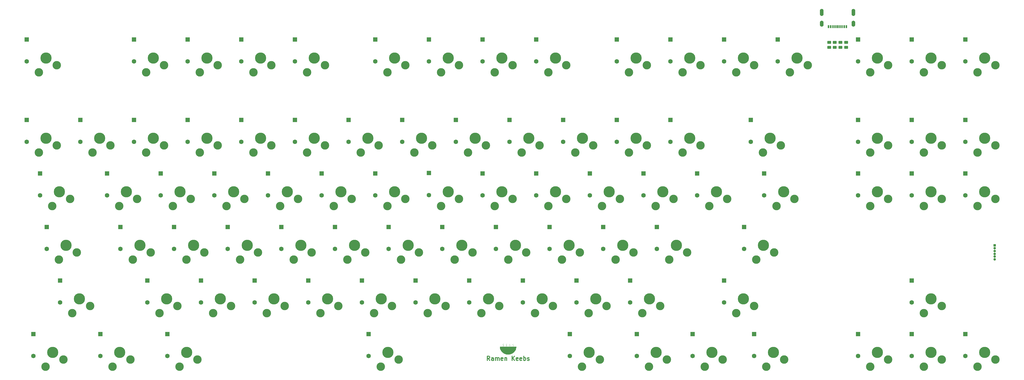
<source format=gbr>
%TF.GenerationSoftware,KiCad,Pcbnew,(6.0.1)*%
%TF.CreationDate,2022-03-06T15:28:15-08:00*%
%TF.ProjectId,Ramen80,52616d65-6e38-4302-9e6b-696361645f70,v1.0.0*%
%TF.SameCoordinates,Original*%
%TF.FileFunction,Soldermask,Top*%
%TF.FilePolarity,Negative*%
%FSLAX46Y46*%
G04 Gerber Fmt 4.6, Leading zero omitted, Abs format (unit mm)*
G04 Created by KiCad (PCBNEW (6.0.1)) date 2022-03-06 15:28:15*
%MOMM*%
%LPD*%
G01*
G04 APERTURE LIST*
G04 Aperture macros list*
%AMRoundRect*
0 Rectangle with rounded corners*
0 $1 Rounding radius*
0 $2 $3 $4 $5 $6 $7 $8 $9 X,Y pos of 4 corners*
0 Add a 4 corners polygon primitive as box body*
4,1,4,$2,$3,$4,$5,$6,$7,$8,$9,$2,$3,0*
0 Add four circle primitives for the rounded corners*
1,1,$1+$1,$2,$3*
1,1,$1+$1,$4,$5*
1,1,$1+$1,$6,$7*
1,1,$1+$1,$8,$9*
0 Add four rect primitives between the rounded corners*
20,1,$1+$1,$2,$3,$4,$5,0*
20,1,$1+$1,$4,$5,$6,$7,0*
20,1,$1+$1,$6,$7,$8,$9,0*
20,1,$1+$1,$8,$9,$2,$3,0*%
G04 Aperture macros list end*
%ADD10C,0.300000*%
%ADD11C,0.010000*%
%ADD12C,3.000000*%
%ADD13C,3.987800*%
%ADD14RoundRect,0.250000X-0.450000X0.262500X-0.450000X-0.262500X0.450000X-0.262500X0.450000X0.262500X0*%
%ADD15RoundRect,0.250000X0.450000X-0.262500X0.450000X0.262500X-0.450000X0.262500X-0.450000X-0.262500X0*%
%ADD16R,0.600000X1.100000*%
%ADD17R,0.300000X1.100000*%
%ADD18R,1.600000X1.600000*%
%ADD19C,1.600000*%
%ADD20R,0.900000X0.900000*%
%ADD21C,0.900000*%
G04 APERTURE END LIST*
D10*
%TO.C,Ramen Keebs*%
X200468571Y-174279428D02*
X199960571Y-173553714D01*
X199597714Y-174279428D02*
X199597714Y-172755428D01*
X200178285Y-172755428D01*
X200323428Y-172828000D01*
X200396000Y-172900571D01*
X200468571Y-173045714D01*
X200468571Y-173263428D01*
X200396000Y-173408571D01*
X200323428Y-173481142D01*
X200178285Y-173553714D01*
X199597714Y-173553714D01*
X201774857Y-174279428D02*
X201774857Y-173481142D01*
X201702285Y-173336000D01*
X201557142Y-173263428D01*
X201266857Y-173263428D01*
X201121714Y-173336000D01*
X201774857Y-174206857D02*
X201629714Y-174279428D01*
X201266857Y-174279428D01*
X201121714Y-174206857D01*
X201049142Y-174061714D01*
X201049142Y-173916571D01*
X201121714Y-173771428D01*
X201266857Y-173698857D01*
X201629714Y-173698857D01*
X201774857Y-173626285D01*
X202500571Y-174279428D02*
X202500571Y-173263428D01*
X202500571Y-173408571D02*
X202573142Y-173336000D01*
X202718285Y-173263428D01*
X202936000Y-173263428D01*
X203081142Y-173336000D01*
X203153714Y-173481142D01*
X203153714Y-174279428D01*
X203153714Y-173481142D02*
X203226285Y-173336000D01*
X203371428Y-173263428D01*
X203589142Y-173263428D01*
X203734285Y-173336000D01*
X203806857Y-173481142D01*
X203806857Y-174279428D01*
X205113142Y-174206857D02*
X204968000Y-174279428D01*
X204677714Y-174279428D01*
X204532571Y-174206857D01*
X204460000Y-174061714D01*
X204460000Y-173481142D01*
X204532571Y-173336000D01*
X204677714Y-173263428D01*
X204968000Y-173263428D01*
X205113142Y-173336000D01*
X205185714Y-173481142D01*
X205185714Y-173626285D01*
X204460000Y-173771428D01*
X205838857Y-173263428D02*
X205838857Y-174279428D01*
X205838857Y-173408571D02*
X205911428Y-173336000D01*
X206056571Y-173263428D01*
X206274285Y-173263428D01*
X206419428Y-173336000D01*
X206492000Y-173481142D01*
X206492000Y-174279428D01*
X208378857Y-174279428D02*
X208378857Y-172755428D01*
X209249714Y-174279428D02*
X208596571Y-173408571D01*
X209249714Y-172755428D02*
X208378857Y-173626285D01*
X210483428Y-174206857D02*
X210338285Y-174279428D01*
X210048000Y-174279428D01*
X209902857Y-174206857D01*
X209830285Y-174061714D01*
X209830285Y-173481142D01*
X209902857Y-173336000D01*
X210048000Y-173263428D01*
X210338285Y-173263428D01*
X210483428Y-173336000D01*
X210556000Y-173481142D01*
X210556000Y-173626285D01*
X209830285Y-173771428D01*
X211789714Y-174206857D02*
X211644571Y-174279428D01*
X211354285Y-174279428D01*
X211209142Y-174206857D01*
X211136571Y-174061714D01*
X211136571Y-173481142D01*
X211209142Y-173336000D01*
X211354285Y-173263428D01*
X211644571Y-173263428D01*
X211789714Y-173336000D01*
X211862285Y-173481142D01*
X211862285Y-173626285D01*
X211136571Y-173771428D01*
X212515428Y-174279428D02*
X212515428Y-172755428D01*
X212515428Y-173336000D02*
X212660571Y-173263428D01*
X212950857Y-173263428D01*
X213096000Y-173336000D01*
X213168571Y-173408571D01*
X213241142Y-173553714D01*
X213241142Y-173989142D01*
X213168571Y-174134285D01*
X213096000Y-174206857D01*
X212950857Y-174279428D01*
X212660571Y-174279428D01*
X212515428Y-174206857D01*
X213821714Y-174206857D02*
X213966857Y-174279428D01*
X214257142Y-174279428D01*
X214402285Y-174206857D01*
X214474857Y-174061714D01*
X214474857Y-173989142D01*
X214402285Y-173844000D01*
X214257142Y-173771428D01*
X214039428Y-173771428D01*
X213894285Y-173698857D01*
X213821714Y-173553714D01*
X213821714Y-173481142D01*
X213894285Y-173336000D01*
X214039428Y-173263428D01*
X214257142Y-173263428D01*
X214402285Y-173336000D01*
G36*
X207669247Y-168427242D02*
G01*
X207611417Y-168508867D01*
X207585912Y-168536403D01*
X207467065Y-168659021D01*
X207604763Y-168800804D01*
X207684086Y-168890125D01*
X207733852Y-168960872D01*
X207742461Y-168984175D01*
X207718876Y-169041185D01*
X207660584Y-169116938D01*
X207586275Y-169193057D01*
X207514641Y-169251163D01*
X207464376Y-169272877D01*
X207454482Y-169267326D01*
X207462639Y-169218222D01*
X207506010Y-169181988D01*
X207588859Y-169112763D01*
X207627948Y-169058615D01*
X207647212Y-168998164D01*
X207624943Y-168938148D01*
X207551798Y-168853641D01*
X207550689Y-168852496D01*
X207457954Y-168731209D01*
X207437678Y-168624639D01*
X207489486Y-168519164D01*
X207540017Y-168464763D01*
X207627459Y-168395688D01*
X207672566Y-168386348D01*
X207669247Y-168427242D01*
G37*
G36*
X209930090Y-169542384D02*
G01*
X209912135Y-169754421D01*
X209864351Y-170004892D01*
X209793625Y-170263240D01*
X209723480Y-170459187D01*
X209522404Y-170853467D01*
X209260617Y-171206698D01*
X208946365Y-171514615D01*
X208587890Y-171772958D01*
X208193439Y-171977463D01*
X207771255Y-172123866D01*
X207329582Y-172207906D01*
X206876665Y-172225319D01*
X206420748Y-172171843D01*
X206413846Y-172170463D01*
X205962974Y-172043041D01*
X205542781Y-171851524D01*
X205161033Y-171602129D01*
X204825496Y-171301074D01*
X204543935Y-170954578D01*
X204324117Y-170568857D01*
X204276520Y-170459187D01*
X204192142Y-170217134D01*
X204125069Y-169957947D01*
X204082188Y-169712182D01*
X204069909Y-169542384D01*
X204069230Y-169376307D01*
X209930769Y-169376307D01*
X209930090Y-169542384D01*
G37*
G36*
X205324632Y-168427242D02*
G01*
X205266801Y-168508867D01*
X205241297Y-168536403D01*
X205122450Y-168659021D01*
X205166299Y-168704171D01*
X205260148Y-168800804D01*
X205339470Y-168890125D01*
X205389237Y-168960872D01*
X205397846Y-168984175D01*
X205374261Y-169041185D01*
X205315968Y-169116938D01*
X205241659Y-169193057D01*
X205170026Y-169251163D01*
X205119761Y-169272877D01*
X205109867Y-169267326D01*
X205118024Y-169218222D01*
X205161394Y-169181988D01*
X205244243Y-169112763D01*
X205283332Y-169058615D01*
X205302597Y-168998164D01*
X205280328Y-168938148D01*
X205207182Y-168853641D01*
X205206074Y-168852496D01*
X205113338Y-168731209D01*
X205111163Y-168719779D01*
X205107491Y-168700477D01*
X205106486Y-168695193D01*
X205105480Y-168689909D01*
X205104475Y-168684625D01*
X205103469Y-168679340D01*
X205102551Y-168674515D01*
X205101633Y-168669689D01*
X205098879Y-168655214D01*
X205097961Y-168650388D01*
X205095512Y-168637514D01*
X205093062Y-168624639D01*
X205144870Y-168519164D01*
X205195401Y-168464763D01*
X205282844Y-168395688D01*
X205327950Y-168386348D01*
X205324632Y-168427242D01*
G37*
G36*
X208841555Y-168427242D02*
G01*
X208783724Y-168508867D01*
X208758220Y-168536403D01*
X208639373Y-168659021D01*
X208777071Y-168800804D01*
X208856394Y-168890125D01*
X208906160Y-168960872D01*
X208914769Y-168984175D01*
X208891184Y-169041185D01*
X208832891Y-169116938D01*
X208758582Y-169193057D01*
X208686949Y-169251163D01*
X208636684Y-169272877D01*
X208626790Y-169267326D01*
X208634947Y-169218222D01*
X208678317Y-169181988D01*
X208761166Y-169112763D01*
X208800255Y-169058615D01*
X208819520Y-168998164D01*
X208797251Y-168938148D01*
X208724105Y-168853641D01*
X208722997Y-168852496D01*
X208630261Y-168731209D01*
X208609985Y-168624639D01*
X208661794Y-168519164D01*
X208712324Y-168464763D01*
X208799767Y-168395688D01*
X208844873Y-168386348D01*
X208841555Y-168427242D01*
G37*
G36*
X206496940Y-168427242D02*
G01*
X206439109Y-168508867D01*
X206413604Y-168536403D01*
X206294758Y-168659021D01*
X206432456Y-168800804D01*
X206511778Y-168890125D01*
X206561545Y-168960872D01*
X206570154Y-168984175D01*
X206546569Y-169041185D01*
X206488276Y-169116938D01*
X206413967Y-169193057D01*
X206342334Y-169251163D01*
X206292068Y-169272877D01*
X206282175Y-169267326D01*
X206290331Y-169218222D01*
X206333702Y-169181988D01*
X206416551Y-169112763D01*
X206455640Y-169058615D01*
X206474904Y-168998164D01*
X206452636Y-168938148D01*
X206379490Y-168853641D01*
X206378382Y-168852496D01*
X206285646Y-168731209D01*
X206265370Y-168624639D01*
X206317178Y-168519164D01*
X206367709Y-168464763D01*
X206455152Y-168395688D01*
X206500258Y-168386348D01*
X206496940Y-168427242D01*
G37*
D11*
%TO.C,J2*%
X330155000Y-54012500D02*
X330155000Y-54812500D01*
X330155000Y-54812500D02*
X330154000Y-54843500D01*
X330154000Y-54843500D02*
X330152000Y-54875500D01*
X330152000Y-54875500D02*
X330148000Y-54906500D01*
X330148000Y-54906500D02*
X330142000Y-54937500D01*
X330142000Y-54937500D02*
X330135000Y-54967500D01*
X330135000Y-54967500D02*
X330126000Y-54997500D01*
X330126000Y-54997500D02*
X330115000Y-55027500D01*
X330115000Y-55027500D02*
X330103000Y-55056500D01*
X330103000Y-55056500D02*
X330090000Y-55084500D01*
X330090000Y-55084500D02*
X330075000Y-55112500D01*
X330075000Y-55112500D02*
X330058000Y-55139500D01*
X330058000Y-55139500D02*
X330040000Y-55165500D01*
X330040000Y-55165500D02*
X330021000Y-55190500D01*
X330021000Y-55190500D02*
X330001000Y-55213500D01*
X330001000Y-55213500D02*
X329979000Y-55236500D01*
X329979000Y-55236500D02*
X329956000Y-55258500D01*
X329956000Y-55258500D02*
X329933000Y-55278500D01*
X329933000Y-55278500D02*
X329908000Y-55297500D01*
X329908000Y-55297500D02*
X329882000Y-55315500D01*
X329882000Y-55315500D02*
X329855000Y-55332500D01*
X329855000Y-55332500D02*
X329827000Y-55347500D01*
X329827000Y-55347500D02*
X329799000Y-55360500D01*
X329799000Y-55360500D02*
X329770000Y-55372500D01*
X329770000Y-55372500D02*
X329740000Y-55383500D01*
X329740000Y-55383500D02*
X329710000Y-55392500D01*
X329710000Y-55392500D02*
X329680000Y-55399500D01*
X329680000Y-55399500D02*
X329649000Y-55405500D01*
X329649000Y-55405500D02*
X329618000Y-55409500D01*
X329618000Y-55409500D02*
X329586000Y-55411500D01*
X329586000Y-55411500D02*
X329555000Y-55412500D01*
X329555000Y-55412500D02*
X329524000Y-55411500D01*
X329524000Y-55411500D02*
X329492000Y-55409500D01*
X329492000Y-55409500D02*
X329461000Y-55405500D01*
X329461000Y-55405500D02*
X329430000Y-55399500D01*
X329430000Y-55399500D02*
X329400000Y-55392500D01*
X329400000Y-55392500D02*
X329370000Y-55383500D01*
X329370000Y-55383500D02*
X329340000Y-55372500D01*
X329340000Y-55372500D02*
X329311000Y-55360500D01*
X329311000Y-55360500D02*
X329283000Y-55347500D01*
X329283000Y-55347500D02*
X329255000Y-55332500D01*
X329255000Y-55332500D02*
X329228000Y-55315500D01*
X329228000Y-55315500D02*
X329202000Y-55297500D01*
X329202000Y-55297500D02*
X329177000Y-55278500D01*
X329177000Y-55278500D02*
X329154000Y-55258500D01*
X329154000Y-55258500D02*
X329131000Y-55236500D01*
X329131000Y-55236500D02*
X329109000Y-55213500D01*
X329109000Y-55213500D02*
X329089000Y-55190500D01*
X329089000Y-55190500D02*
X329070000Y-55165500D01*
X329070000Y-55165500D02*
X329052000Y-55139500D01*
X329052000Y-55139500D02*
X329035000Y-55112500D01*
X329035000Y-55112500D02*
X329020000Y-55084500D01*
X329020000Y-55084500D02*
X329007000Y-55056500D01*
X329007000Y-55056500D02*
X328995000Y-55027500D01*
X328995000Y-55027500D02*
X328984000Y-54997500D01*
X328984000Y-54997500D02*
X328975000Y-54967500D01*
X328975000Y-54967500D02*
X328968000Y-54937500D01*
X328968000Y-54937500D02*
X328962000Y-54906500D01*
X328962000Y-54906500D02*
X328958000Y-54875500D01*
X328958000Y-54875500D02*
X328956000Y-54843500D01*
X328956000Y-54843500D02*
X328955000Y-54812500D01*
X328955000Y-54812500D02*
X328955000Y-54012500D01*
X328955000Y-54012500D02*
X328956000Y-53981500D01*
X328956000Y-53981500D02*
X328958000Y-53949500D01*
X328958000Y-53949500D02*
X328962000Y-53918500D01*
X328962000Y-53918500D02*
X328968000Y-53887500D01*
X328968000Y-53887500D02*
X328975000Y-53857500D01*
X328975000Y-53857500D02*
X328984000Y-53827500D01*
X328984000Y-53827500D02*
X328995000Y-53797500D01*
X328995000Y-53797500D02*
X329007000Y-53768500D01*
X329007000Y-53768500D02*
X329020000Y-53740500D01*
X329020000Y-53740500D02*
X329035000Y-53712500D01*
X329035000Y-53712500D02*
X329052000Y-53685500D01*
X329052000Y-53685500D02*
X329070000Y-53659500D01*
X329070000Y-53659500D02*
X329089000Y-53634500D01*
X329089000Y-53634500D02*
X329109000Y-53611500D01*
X329109000Y-53611500D02*
X329131000Y-53588500D01*
X329131000Y-53588500D02*
X329154000Y-53566500D01*
X329154000Y-53566500D02*
X329177000Y-53546500D01*
X329177000Y-53546500D02*
X329202000Y-53527500D01*
X329202000Y-53527500D02*
X329228000Y-53509500D01*
X329228000Y-53509500D02*
X329255000Y-53492500D01*
X329255000Y-53492500D02*
X329283000Y-53477500D01*
X329283000Y-53477500D02*
X329311000Y-53464500D01*
X329311000Y-53464500D02*
X329340000Y-53452500D01*
X329340000Y-53452500D02*
X329370000Y-53441500D01*
X329370000Y-53441500D02*
X329400000Y-53432500D01*
X329400000Y-53432500D02*
X329430000Y-53425500D01*
X329430000Y-53425500D02*
X329461000Y-53419500D01*
X329461000Y-53419500D02*
X329492000Y-53415500D01*
X329492000Y-53415500D02*
X329524000Y-53413500D01*
X329524000Y-53413500D02*
X329555000Y-53412500D01*
X329555000Y-53412500D02*
X329586000Y-53413500D01*
X329586000Y-53413500D02*
X329618000Y-53415500D01*
X329618000Y-53415500D02*
X329649000Y-53419500D01*
X329649000Y-53419500D02*
X329680000Y-53425500D01*
X329680000Y-53425500D02*
X329710000Y-53432500D01*
X329710000Y-53432500D02*
X329740000Y-53441500D01*
X329740000Y-53441500D02*
X329770000Y-53452500D01*
X329770000Y-53452500D02*
X329799000Y-53464500D01*
X329799000Y-53464500D02*
X329827000Y-53477500D01*
X329827000Y-53477500D02*
X329855000Y-53492500D01*
X329855000Y-53492500D02*
X329882000Y-53509500D01*
X329882000Y-53509500D02*
X329908000Y-53527500D01*
X329908000Y-53527500D02*
X329933000Y-53546500D01*
X329933000Y-53546500D02*
X329956000Y-53566500D01*
X329956000Y-53566500D02*
X329979000Y-53588500D01*
X329979000Y-53588500D02*
X330001000Y-53611500D01*
X330001000Y-53611500D02*
X330021000Y-53634500D01*
X330021000Y-53634500D02*
X330040000Y-53659500D01*
X330040000Y-53659500D02*
X330058000Y-53685500D01*
X330058000Y-53685500D02*
X330075000Y-53712500D01*
X330075000Y-53712500D02*
X330090000Y-53740500D01*
X330090000Y-53740500D02*
X330103000Y-53768500D01*
X330103000Y-53768500D02*
X330115000Y-53797500D01*
X330115000Y-53797500D02*
X330126000Y-53827500D01*
X330126000Y-53827500D02*
X330135000Y-53857500D01*
X330135000Y-53857500D02*
X330142000Y-53887500D01*
X330142000Y-53887500D02*
X330148000Y-53918500D01*
X330148000Y-53918500D02*
X330152000Y-53949500D01*
X330152000Y-53949500D02*
X330154000Y-53981500D01*
X330154000Y-53981500D02*
X330155000Y-54012500D01*
X330155000Y-54012500D02*
X330155000Y-54012500D01*
G36*
X329586000Y-53413500D02*
G01*
X329618000Y-53415500D01*
X329649000Y-53419500D01*
X329680000Y-53425500D01*
X329710000Y-53432500D01*
X329740000Y-53441500D01*
X329770000Y-53452500D01*
X329799000Y-53464500D01*
X329827000Y-53477500D01*
X329855000Y-53492500D01*
X329882000Y-53509500D01*
X329908000Y-53527500D01*
X329933000Y-53546500D01*
X329956000Y-53566500D01*
X329979000Y-53588500D01*
X330001000Y-53611500D01*
X330021000Y-53634500D01*
X330040000Y-53659500D01*
X330058000Y-53685500D01*
X330075000Y-53712500D01*
X330090000Y-53740500D01*
X330103000Y-53768500D01*
X330115000Y-53797500D01*
X330126000Y-53827500D01*
X330135000Y-53857500D01*
X330142000Y-53887500D01*
X330148000Y-53918500D01*
X330152000Y-53949500D01*
X330154000Y-53981500D01*
X330155000Y-54012500D01*
X330155000Y-54812500D01*
X330154000Y-54843500D01*
X330152000Y-54875500D01*
X330148000Y-54906500D01*
X330142000Y-54937500D01*
X330135000Y-54967500D01*
X330126000Y-54997500D01*
X330115000Y-55027500D01*
X330103000Y-55056500D01*
X330090000Y-55084500D01*
X330075000Y-55112500D01*
X330058000Y-55139500D01*
X330040000Y-55165500D01*
X330021000Y-55190500D01*
X330001000Y-55213500D01*
X329979000Y-55236500D01*
X329956000Y-55258500D01*
X329933000Y-55278500D01*
X329908000Y-55297500D01*
X329882000Y-55315500D01*
X329855000Y-55332500D01*
X329827000Y-55347500D01*
X329799000Y-55360500D01*
X329770000Y-55372500D01*
X329740000Y-55383500D01*
X329710000Y-55392500D01*
X329680000Y-55399500D01*
X329649000Y-55405500D01*
X329618000Y-55409500D01*
X329586000Y-55411500D01*
X329555000Y-55412500D01*
X329524000Y-55411500D01*
X329492000Y-55409500D01*
X329461000Y-55405500D01*
X329430000Y-55399500D01*
X329400000Y-55392500D01*
X329370000Y-55383500D01*
X329340000Y-55372500D01*
X329311000Y-55360500D01*
X329283000Y-55347500D01*
X329255000Y-55332500D01*
X329228000Y-55315500D01*
X329202000Y-55297500D01*
X329177000Y-55278500D01*
X329154000Y-55258500D01*
X329131000Y-55236500D01*
X329109000Y-55213500D01*
X329089000Y-55190500D01*
X329070000Y-55165500D01*
X329052000Y-55139500D01*
X329035000Y-55112500D01*
X329020000Y-55084500D01*
X329007000Y-55056500D01*
X328995000Y-55027500D01*
X328984000Y-54997500D01*
X328975000Y-54967500D01*
X328968000Y-54937500D01*
X328962000Y-54906500D01*
X328958000Y-54875500D01*
X328956000Y-54843500D01*
X328955000Y-54812500D01*
X328955000Y-54012500D01*
X328956000Y-53981500D01*
X328958000Y-53949500D01*
X328962000Y-53918500D01*
X328968000Y-53887500D01*
X328975000Y-53857500D01*
X328984000Y-53827500D01*
X328995000Y-53797500D01*
X329007000Y-53768500D01*
X329020000Y-53740500D01*
X329035000Y-53712500D01*
X329052000Y-53685500D01*
X329070000Y-53659500D01*
X329089000Y-53634500D01*
X329109000Y-53611500D01*
X329131000Y-53588500D01*
X329154000Y-53566500D01*
X329177000Y-53546500D01*
X329202000Y-53527500D01*
X329228000Y-53509500D01*
X329255000Y-53492500D01*
X329283000Y-53477500D01*
X329311000Y-53464500D01*
X329340000Y-53452500D01*
X329370000Y-53441500D01*
X329400000Y-53432500D01*
X329430000Y-53425500D01*
X329461000Y-53419500D01*
X329492000Y-53415500D01*
X329524000Y-53413500D01*
X329555000Y-53412500D01*
X329586000Y-53413500D01*
G37*
X329586000Y-53413500D02*
X329618000Y-53415500D01*
X329649000Y-53419500D01*
X329680000Y-53425500D01*
X329710000Y-53432500D01*
X329740000Y-53441500D01*
X329770000Y-53452500D01*
X329799000Y-53464500D01*
X329827000Y-53477500D01*
X329855000Y-53492500D01*
X329882000Y-53509500D01*
X329908000Y-53527500D01*
X329933000Y-53546500D01*
X329956000Y-53566500D01*
X329979000Y-53588500D01*
X330001000Y-53611500D01*
X330021000Y-53634500D01*
X330040000Y-53659500D01*
X330058000Y-53685500D01*
X330075000Y-53712500D01*
X330090000Y-53740500D01*
X330103000Y-53768500D01*
X330115000Y-53797500D01*
X330126000Y-53827500D01*
X330135000Y-53857500D01*
X330142000Y-53887500D01*
X330148000Y-53918500D01*
X330152000Y-53949500D01*
X330154000Y-53981500D01*
X330155000Y-54012500D01*
X330155000Y-54812500D01*
X330154000Y-54843500D01*
X330152000Y-54875500D01*
X330148000Y-54906500D01*
X330142000Y-54937500D01*
X330135000Y-54967500D01*
X330126000Y-54997500D01*
X330115000Y-55027500D01*
X330103000Y-55056500D01*
X330090000Y-55084500D01*
X330075000Y-55112500D01*
X330058000Y-55139500D01*
X330040000Y-55165500D01*
X330021000Y-55190500D01*
X330001000Y-55213500D01*
X329979000Y-55236500D01*
X329956000Y-55258500D01*
X329933000Y-55278500D01*
X329908000Y-55297500D01*
X329882000Y-55315500D01*
X329855000Y-55332500D01*
X329827000Y-55347500D01*
X329799000Y-55360500D01*
X329770000Y-55372500D01*
X329740000Y-55383500D01*
X329710000Y-55392500D01*
X329680000Y-55399500D01*
X329649000Y-55405500D01*
X329618000Y-55409500D01*
X329586000Y-55411500D01*
X329555000Y-55412500D01*
X329524000Y-55411500D01*
X329492000Y-55409500D01*
X329461000Y-55405500D01*
X329430000Y-55399500D01*
X329400000Y-55392500D01*
X329370000Y-55383500D01*
X329340000Y-55372500D01*
X329311000Y-55360500D01*
X329283000Y-55347500D01*
X329255000Y-55332500D01*
X329228000Y-55315500D01*
X329202000Y-55297500D01*
X329177000Y-55278500D01*
X329154000Y-55258500D01*
X329131000Y-55236500D01*
X329109000Y-55213500D01*
X329089000Y-55190500D01*
X329070000Y-55165500D01*
X329052000Y-55139500D01*
X329035000Y-55112500D01*
X329020000Y-55084500D01*
X329007000Y-55056500D01*
X328995000Y-55027500D01*
X328984000Y-54997500D01*
X328975000Y-54967500D01*
X328968000Y-54937500D01*
X328962000Y-54906500D01*
X328958000Y-54875500D01*
X328956000Y-54843500D01*
X328955000Y-54812500D01*
X328955000Y-54012500D01*
X328956000Y-53981500D01*
X328958000Y-53949500D01*
X328962000Y-53918500D01*
X328968000Y-53887500D01*
X328975000Y-53857500D01*
X328984000Y-53827500D01*
X328995000Y-53797500D01*
X329007000Y-53768500D01*
X329020000Y-53740500D01*
X329035000Y-53712500D01*
X329052000Y-53685500D01*
X329070000Y-53659500D01*
X329089000Y-53634500D01*
X329109000Y-53611500D01*
X329131000Y-53588500D01*
X329154000Y-53566500D01*
X329177000Y-53546500D01*
X329202000Y-53527500D01*
X329228000Y-53509500D01*
X329255000Y-53492500D01*
X329283000Y-53477500D01*
X329311000Y-53464500D01*
X329340000Y-53452500D01*
X329370000Y-53441500D01*
X329400000Y-53432500D01*
X329430000Y-53425500D01*
X329461000Y-53419500D01*
X329492000Y-53415500D01*
X329524000Y-53413500D01*
X329555000Y-53412500D01*
X329586000Y-53413500D01*
X318915000Y-54012500D02*
X318915000Y-54812500D01*
X318915000Y-54812500D02*
X318914000Y-54843500D01*
X318914000Y-54843500D02*
X318912000Y-54875500D01*
X318912000Y-54875500D02*
X318908000Y-54906500D01*
X318908000Y-54906500D02*
X318902000Y-54937500D01*
X318902000Y-54937500D02*
X318895000Y-54967500D01*
X318895000Y-54967500D02*
X318886000Y-54997500D01*
X318886000Y-54997500D02*
X318875000Y-55027500D01*
X318875000Y-55027500D02*
X318863000Y-55056500D01*
X318863000Y-55056500D02*
X318850000Y-55084500D01*
X318850000Y-55084500D02*
X318835000Y-55112500D01*
X318835000Y-55112500D02*
X318818000Y-55139500D01*
X318818000Y-55139500D02*
X318800000Y-55165500D01*
X318800000Y-55165500D02*
X318781000Y-55190500D01*
X318781000Y-55190500D02*
X318761000Y-55213500D01*
X318761000Y-55213500D02*
X318739000Y-55236500D01*
X318739000Y-55236500D02*
X318716000Y-55258500D01*
X318716000Y-55258500D02*
X318693000Y-55278500D01*
X318693000Y-55278500D02*
X318668000Y-55297500D01*
X318668000Y-55297500D02*
X318642000Y-55315500D01*
X318642000Y-55315500D02*
X318615000Y-55332500D01*
X318615000Y-55332500D02*
X318587000Y-55347500D01*
X318587000Y-55347500D02*
X318559000Y-55360500D01*
X318559000Y-55360500D02*
X318530000Y-55372500D01*
X318530000Y-55372500D02*
X318500000Y-55383500D01*
X318500000Y-55383500D02*
X318470000Y-55392500D01*
X318470000Y-55392500D02*
X318440000Y-55399500D01*
X318440000Y-55399500D02*
X318409000Y-55405500D01*
X318409000Y-55405500D02*
X318378000Y-55409500D01*
X318378000Y-55409500D02*
X318346000Y-55411500D01*
X318346000Y-55411500D02*
X318315000Y-55412500D01*
X318315000Y-55412500D02*
X318284000Y-55411500D01*
X318284000Y-55411500D02*
X318252000Y-55409500D01*
X318252000Y-55409500D02*
X318221000Y-55405500D01*
X318221000Y-55405500D02*
X318190000Y-55399500D01*
X318190000Y-55399500D02*
X318160000Y-55392500D01*
X318160000Y-55392500D02*
X318130000Y-55383500D01*
X318130000Y-55383500D02*
X318100000Y-55372500D01*
X318100000Y-55372500D02*
X318071000Y-55360500D01*
X318071000Y-55360500D02*
X318043000Y-55347500D01*
X318043000Y-55347500D02*
X318015000Y-55332500D01*
X318015000Y-55332500D02*
X317988000Y-55315500D01*
X317988000Y-55315500D02*
X317962000Y-55297500D01*
X317962000Y-55297500D02*
X317937000Y-55278500D01*
X317937000Y-55278500D02*
X317914000Y-55258500D01*
X317914000Y-55258500D02*
X317891000Y-55236500D01*
X317891000Y-55236500D02*
X317869000Y-55213500D01*
X317869000Y-55213500D02*
X317849000Y-55190500D01*
X317849000Y-55190500D02*
X317830000Y-55165500D01*
X317830000Y-55165500D02*
X317812000Y-55139500D01*
X317812000Y-55139500D02*
X317795000Y-55112500D01*
X317795000Y-55112500D02*
X317780000Y-55084500D01*
X317780000Y-55084500D02*
X317767000Y-55056500D01*
X317767000Y-55056500D02*
X317755000Y-55027500D01*
X317755000Y-55027500D02*
X317744000Y-54997500D01*
X317744000Y-54997500D02*
X317735000Y-54967500D01*
X317735000Y-54967500D02*
X317728000Y-54937500D01*
X317728000Y-54937500D02*
X317722000Y-54906500D01*
X317722000Y-54906500D02*
X317718000Y-54875500D01*
X317718000Y-54875500D02*
X317716000Y-54843500D01*
X317716000Y-54843500D02*
X317715000Y-54812500D01*
X317715000Y-54812500D02*
X317715000Y-54012500D01*
X317715000Y-54012500D02*
X317716000Y-53981500D01*
X317716000Y-53981500D02*
X317718000Y-53949500D01*
X317718000Y-53949500D02*
X317722000Y-53918500D01*
X317722000Y-53918500D02*
X317728000Y-53887500D01*
X317728000Y-53887500D02*
X317735000Y-53857500D01*
X317735000Y-53857500D02*
X317744000Y-53827500D01*
X317744000Y-53827500D02*
X317755000Y-53797500D01*
X317755000Y-53797500D02*
X317767000Y-53768500D01*
X317767000Y-53768500D02*
X317780000Y-53740500D01*
X317780000Y-53740500D02*
X317795000Y-53712500D01*
X317795000Y-53712500D02*
X317812000Y-53685500D01*
X317812000Y-53685500D02*
X317830000Y-53659500D01*
X317830000Y-53659500D02*
X317849000Y-53634500D01*
X317849000Y-53634500D02*
X317869000Y-53611500D01*
X317869000Y-53611500D02*
X317891000Y-53588500D01*
X317891000Y-53588500D02*
X317914000Y-53566500D01*
X317914000Y-53566500D02*
X317937000Y-53546500D01*
X317937000Y-53546500D02*
X317962000Y-53527500D01*
X317962000Y-53527500D02*
X317988000Y-53509500D01*
X317988000Y-53509500D02*
X318015000Y-53492500D01*
X318015000Y-53492500D02*
X318043000Y-53477500D01*
X318043000Y-53477500D02*
X318071000Y-53464500D01*
X318071000Y-53464500D02*
X318100000Y-53452500D01*
X318100000Y-53452500D02*
X318130000Y-53441500D01*
X318130000Y-53441500D02*
X318160000Y-53432500D01*
X318160000Y-53432500D02*
X318190000Y-53425500D01*
X318190000Y-53425500D02*
X318221000Y-53419500D01*
X318221000Y-53419500D02*
X318252000Y-53415500D01*
X318252000Y-53415500D02*
X318284000Y-53413500D01*
X318284000Y-53413500D02*
X318315000Y-53412500D01*
X318315000Y-53412500D02*
X318346000Y-53413500D01*
X318346000Y-53413500D02*
X318378000Y-53415500D01*
X318378000Y-53415500D02*
X318409000Y-53419500D01*
X318409000Y-53419500D02*
X318440000Y-53425500D01*
X318440000Y-53425500D02*
X318470000Y-53432500D01*
X318470000Y-53432500D02*
X318500000Y-53441500D01*
X318500000Y-53441500D02*
X318530000Y-53452500D01*
X318530000Y-53452500D02*
X318559000Y-53464500D01*
X318559000Y-53464500D02*
X318587000Y-53477500D01*
X318587000Y-53477500D02*
X318615000Y-53492500D01*
X318615000Y-53492500D02*
X318642000Y-53509500D01*
X318642000Y-53509500D02*
X318668000Y-53527500D01*
X318668000Y-53527500D02*
X318693000Y-53546500D01*
X318693000Y-53546500D02*
X318716000Y-53566500D01*
X318716000Y-53566500D02*
X318739000Y-53588500D01*
X318739000Y-53588500D02*
X318761000Y-53611500D01*
X318761000Y-53611500D02*
X318781000Y-53634500D01*
X318781000Y-53634500D02*
X318800000Y-53659500D01*
X318800000Y-53659500D02*
X318818000Y-53685500D01*
X318818000Y-53685500D02*
X318835000Y-53712500D01*
X318835000Y-53712500D02*
X318850000Y-53740500D01*
X318850000Y-53740500D02*
X318863000Y-53768500D01*
X318863000Y-53768500D02*
X318875000Y-53797500D01*
X318875000Y-53797500D02*
X318886000Y-53827500D01*
X318886000Y-53827500D02*
X318895000Y-53857500D01*
X318895000Y-53857500D02*
X318902000Y-53887500D01*
X318902000Y-53887500D02*
X318908000Y-53918500D01*
X318908000Y-53918500D02*
X318912000Y-53949500D01*
X318912000Y-53949500D02*
X318914000Y-53981500D01*
X318914000Y-53981500D02*
X318915000Y-54012500D01*
X318915000Y-54012500D02*
X318915000Y-54012500D01*
G36*
X318346000Y-53413500D02*
G01*
X318378000Y-53415500D01*
X318409000Y-53419500D01*
X318440000Y-53425500D01*
X318470000Y-53432500D01*
X318500000Y-53441500D01*
X318530000Y-53452500D01*
X318559000Y-53464500D01*
X318587000Y-53477500D01*
X318615000Y-53492500D01*
X318642000Y-53509500D01*
X318668000Y-53527500D01*
X318693000Y-53546500D01*
X318716000Y-53566500D01*
X318739000Y-53588500D01*
X318761000Y-53611500D01*
X318781000Y-53634500D01*
X318800000Y-53659500D01*
X318818000Y-53685500D01*
X318835000Y-53712500D01*
X318850000Y-53740500D01*
X318863000Y-53768500D01*
X318875000Y-53797500D01*
X318886000Y-53827500D01*
X318895000Y-53857500D01*
X318902000Y-53887500D01*
X318908000Y-53918500D01*
X318912000Y-53949500D01*
X318914000Y-53981500D01*
X318915000Y-54012500D01*
X318915000Y-54812500D01*
X318914000Y-54843500D01*
X318912000Y-54875500D01*
X318908000Y-54906500D01*
X318902000Y-54937500D01*
X318895000Y-54967500D01*
X318886000Y-54997500D01*
X318875000Y-55027500D01*
X318863000Y-55056500D01*
X318850000Y-55084500D01*
X318835000Y-55112500D01*
X318818000Y-55139500D01*
X318800000Y-55165500D01*
X318781000Y-55190500D01*
X318761000Y-55213500D01*
X318739000Y-55236500D01*
X318716000Y-55258500D01*
X318693000Y-55278500D01*
X318668000Y-55297500D01*
X318642000Y-55315500D01*
X318615000Y-55332500D01*
X318587000Y-55347500D01*
X318559000Y-55360500D01*
X318530000Y-55372500D01*
X318500000Y-55383500D01*
X318470000Y-55392500D01*
X318440000Y-55399500D01*
X318409000Y-55405500D01*
X318378000Y-55409500D01*
X318346000Y-55411500D01*
X318315000Y-55412500D01*
X318284000Y-55411500D01*
X318252000Y-55409500D01*
X318221000Y-55405500D01*
X318190000Y-55399500D01*
X318160000Y-55392500D01*
X318130000Y-55383500D01*
X318100000Y-55372500D01*
X318071000Y-55360500D01*
X318043000Y-55347500D01*
X318015000Y-55332500D01*
X317988000Y-55315500D01*
X317962000Y-55297500D01*
X317937000Y-55278500D01*
X317914000Y-55258500D01*
X317891000Y-55236500D01*
X317869000Y-55213500D01*
X317849000Y-55190500D01*
X317830000Y-55165500D01*
X317812000Y-55139500D01*
X317795000Y-55112500D01*
X317780000Y-55084500D01*
X317767000Y-55056500D01*
X317755000Y-55027500D01*
X317744000Y-54997500D01*
X317735000Y-54967500D01*
X317728000Y-54937500D01*
X317722000Y-54906500D01*
X317718000Y-54875500D01*
X317716000Y-54843500D01*
X317715000Y-54812500D01*
X317715000Y-54012500D01*
X317716000Y-53981500D01*
X317718000Y-53949500D01*
X317722000Y-53918500D01*
X317728000Y-53887500D01*
X317735000Y-53857500D01*
X317744000Y-53827500D01*
X317755000Y-53797500D01*
X317767000Y-53768500D01*
X317780000Y-53740500D01*
X317795000Y-53712500D01*
X317812000Y-53685500D01*
X317830000Y-53659500D01*
X317849000Y-53634500D01*
X317869000Y-53611500D01*
X317891000Y-53588500D01*
X317914000Y-53566500D01*
X317937000Y-53546500D01*
X317962000Y-53527500D01*
X317988000Y-53509500D01*
X318015000Y-53492500D01*
X318043000Y-53477500D01*
X318071000Y-53464500D01*
X318100000Y-53452500D01*
X318130000Y-53441500D01*
X318160000Y-53432500D01*
X318190000Y-53425500D01*
X318221000Y-53419500D01*
X318252000Y-53415500D01*
X318284000Y-53413500D01*
X318315000Y-53412500D01*
X318346000Y-53413500D01*
G37*
X318346000Y-53413500D02*
X318378000Y-53415500D01*
X318409000Y-53419500D01*
X318440000Y-53425500D01*
X318470000Y-53432500D01*
X318500000Y-53441500D01*
X318530000Y-53452500D01*
X318559000Y-53464500D01*
X318587000Y-53477500D01*
X318615000Y-53492500D01*
X318642000Y-53509500D01*
X318668000Y-53527500D01*
X318693000Y-53546500D01*
X318716000Y-53566500D01*
X318739000Y-53588500D01*
X318761000Y-53611500D01*
X318781000Y-53634500D01*
X318800000Y-53659500D01*
X318818000Y-53685500D01*
X318835000Y-53712500D01*
X318850000Y-53740500D01*
X318863000Y-53768500D01*
X318875000Y-53797500D01*
X318886000Y-53827500D01*
X318895000Y-53857500D01*
X318902000Y-53887500D01*
X318908000Y-53918500D01*
X318912000Y-53949500D01*
X318914000Y-53981500D01*
X318915000Y-54012500D01*
X318915000Y-54812500D01*
X318914000Y-54843500D01*
X318912000Y-54875500D01*
X318908000Y-54906500D01*
X318902000Y-54937500D01*
X318895000Y-54967500D01*
X318886000Y-54997500D01*
X318875000Y-55027500D01*
X318863000Y-55056500D01*
X318850000Y-55084500D01*
X318835000Y-55112500D01*
X318818000Y-55139500D01*
X318800000Y-55165500D01*
X318781000Y-55190500D01*
X318761000Y-55213500D01*
X318739000Y-55236500D01*
X318716000Y-55258500D01*
X318693000Y-55278500D01*
X318668000Y-55297500D01*
X318642000Y-55315500D01*
X318615000Y-55332500D01*
X318587000Y-55347500D01*
X318559000Y-55360500D01*
X318530000Y-55372500D01*
X318500000Y-55383500D01*
X318470000Y-55392500D01*
X318440000Y-55399500D01*
X318409000Y-55405500D01*
X318378000Y-55409500D01*
X318346000Y-55411500D01*
X318315000Y-55412500D01*
X318284000Y-55411500D01*
X318252000Y-55409500D01*
X318221000Y-55405500D01*
X318190000Y-55399500D01*
X318160000Y-55392500D01*
X318130000Y-55383500D01*
X318100000Y-55372500D01*
X318071000Y-55360500D01*
X318043000Y-55347500D01*
X318015000Y-55332500D01*
X317988000Y-55315500D01*
X317962000Y-55297500D01*
X317937000Y-55278500D01*
X317914000Y-55258500D01*
X317891000Y-55236500D01*
X317869000Y-55213500D01*
X317849000Y-55190500D01*
X317830000Y-55165500D01*
X317812000Y-55139500D01*
X317795000Y-55112500D01*
X317780000Y-55084500D01*
X317767000Y-55056500D01*
X317755000Y-55027500D01*
X317744000Y-54997500D01*
X317735000Y-54967500D01*
X317728000Y-54937500D01*
X317722000Y-54906500D01*
X317718000Y-54875500D01*
X317716000Y-54843500D01*
X317715000Y-54812500D01*
X317715000Y-54012500D01*
X317716000Y-53981500D01*
X317718000Y-53949500D01*
X317722000Y-53918500D01*
X317728000Y-53887500D01*
X317735000Y-53857500D01*
X317744000Y-53827500D01*
X317755000Y-53797500D01*
X317767000Y-53768500D01*
X317780000Y-53740500D01*
X317795000Y-53712500D01*
X317812000Y-53685500D01*
X317830000Y-53659500D01*
X317849000Y-53634500D01*
X317869000Y-53611500D01*
X317891000Y-53588500D01*
X317914000Y-53566500D01*
X317937000Y-53546500D01*
X317962000Y-53527500D01*
X317988000Y-53509500D01*
X318015000Y-53492500D01*
X318043000Y-53477500D01*
X318071000Y-53464500D01*
X318100000Y-53452500D01*
X318130000Y-53441500D01*
X318160000Y-53432500D01*
X318190000Y-53425500D01*
X318221000Y-53419500D01*
X318252000Y-53415500D01*
X318284000Y-53413500D01*
X318315000Y-53412500D01*
X318346000Y-53413500D01*
X318915000Y-50412500D02*
X318915000Y-51012500D01*
X318915000Y-51012500D02*
X318914000Y-51043500D01*
X318914000Y-51043500D02*
X318912000Y-51075500D01*
X318912000Y-51075500D02*
X318908000Y-51106500D01*
X318908000Y-51106500D02*
X318902000Y-51137500D01*
X318902000Y-51137500D02*
X318895000Y-51167500D01*
X318895000Y-51167500D02*
X318886000Y-51197500D01*
X318886000Y-51197500D02*
X318875000Y-51227500D01*
X318875000Y-51227500D02*
X318863000Y-51256500D01*
X318863000Y-51256500D02*
X318850000Y-51284500D01*
X318850000Y-51284500D02*
X318835000Y-51312500D01*
X318835000Y-51312500D02*
X318818000Y-51339500D01*
X318818000Y-51339500D02*
X318800000Y-51365500D01*
X318800000Y-51365500D02*
X318781000Y-51390500D01*
X318781000Y-51390500D02*
X318761000Y-51413500D01*
X318761000Y-51413500D02*
X318739000Y-51436500D01*
X318739000Y-51436500D02*
X318716000Y-51458500D01*
X318716000Y-51458500D02*
X318693000Y-51478500D01*
X318693000Y-51478500D02*
X318668000Y-51497500D01*
X318668000Y-51497500D02*
X318642000Y-51515500D01*
X318642000Y-51515500D02*
X318615000Y-51532500D01*
X318615000Y-51532500D02*
X318587000Y-51547500D01*
X318587000Y-51547500D02*
X318559000Y-51560500D01*
X318559000Y-51560500D02*
X318530000Y-51572500D01*
X318530000Y-51572500D02*
X318500000Y-51583500D01*
X318500000Y-51583500D02*
X318470000Y-51592500D01*
X318470000Y-51592500D02*
X318440000Y-51599500D01*
X318440000Y-51599500D02*
X318409000Y-51605500D01*
X318409000Y-51605500D02*
X318378000Y-51609500D01*
X318378000Y-51609500D02*
X318346000Y-51611500D01*
X318346000Y-51611500D02*
X318315000Y-51612500D01*
X318315000Y-51612500D02*
X318284000Y-51611500D01*
X318284000Y-51611500D02*
X318252000Y-51609500D01*
X318252000Y-51609500D02*
X318221000Y-51605500D01*
X318221000Y-51605500D02*
X318190000Y-51599500D01*
X318190000Y-51599500D02*
X318160000Y-51592500D01*
X318160000Y-51592500D02*
X318130000Y-51583500D01*
X318130000Y-51583500D02*
X318100000Y-51572500D01*
X318100000Y-51572500D02*
X318071000Y-51560500D01*
X318071000Y-51560500D02*
X318043000Y-51547500D01*
X318043000Y-51547500D02*
X318015000Y-51532500D01*
X318015000Y-51532500D02*
X317988000Y-51515500D01*
X317988000Y-51515500D02*
X317962000Y-51497500D01*
X317962000Y-51497500D02*
X317937000Y-51478500D01*
X317937000Y-51478500D02*
X317914000Y-51458500D01*
X317914000Y-51458500D02*
X317891000Y-51436500D01*
X317891000Y-51436500D02*
X317869000Y-51413500D01*
X317869000Y-51413500D02*
X317849000Y-51390500D01*
X317849000Y-51390500D02*
X317830000Y-51365500D01*
X317830000Y-51365500D02*
X317812000Y-51339500D01*
X317812000Y-51339500D02*
X317795000Y-51312500D01*
X317795000Y-51312500D02*
X317780000Y-51284500D01*
X317780000Y-51284500D02*
X317767000Y-51256500D01*
X317767000Y-51256500D02*
X317755000Y-51227500D01*
X317755000Y-51227500D02*
X317744000Y-51197500D01*
X317744000Y-51197500D02*
X317735000Y-51167500D01*
X317735000Y-51167500D02*
X317728000Y-51137500D01*
X317728000Y-51137500D02*
X317722000Y-51106500D01*
X317722000Y-51106500D02*
X317718000Y-51075500D01*
X317718000Y-51075500D02*
X317716000Y-51043500D01*
X317716000Y-51043500D02*
X317715000Y-51012500D01*
X317715000Y-51012500D02*
X317715000Y-50412500D01*
X317715000Y-50412500D02*
X317715000Y-49812500D01*
X317715000Y-49812500D02*
X317716000Y-49781500D01*
X317716000Y-49781500D02*
X317718000Y-49749500D01*
X317718000Y-49749500D02*
X317722000Y-49718500D01*
X317722000Y-49718500D02*
X317728000Y-49687500D01*
X317728000Y-49687500D02*
X317735000Y-49657500D01*
X317735000Y-49657500D02*
X317744000Y-49627500D01*
X317744000Y-49627500D02*
X317755000Y-49597500D01*
X317755000Y-49597500D02*
X317767000Y-49568500D01*
X317767000Y-49568500D02*
X317780000Y-49540500D01*
X317780000Y-49540500D02*
X317795000Y-49512500D01*
X317795000Y-49512500D02*
X317812000Y-49485500D01*
X317812000Y-49485500D02*
X317830000Y-49459500D01*
X317830000Y-49459500D02*
X317849000Y-49434500D01*
X317849000Y-49434500D02*
X317869000Y-49411500D01*
X317869000Y-49411500D02*
X317891000Y-49388500D01*
X317891000Y-49388500D02*
X317914000Y-49366500D01*
X317914000Y-49366500D02*
X317937000Y-49346500D01*
X317937000Y-49346500D02*
X317962000Y-49327500D01*
X317962000Y-49327500D02*
X317988000Y-49309500D01*
X317988000Y-49309500D02*
X318015000Y-49292500D01*
X318015000Y-49292500D02*
X318043000Y-49277500D01*
X318043000Y-49277500D02*
X318071000Y-49264500D01*
X318071000Y-49264500D02*
X318100000Y-49252500D01*
X318100000Y-49252500D02*
X318130000Y-49241500D01*
X318130000Y-49241500D02*
X318160000Y-49232500D01*
X318160000Y-49232500D02*
X318190000Y-49225500D01*
X318190000Y-49225500D02*
X318221000Y-49219500D01*
X318221000Y-49219500D02*
X318252000Y-49215500D01*
X318252000Y-49215500D02*
X318284000Y-49213500D01*
X318284000Y-49213500D02*
X318315000Y-49212500D01*
X318315000Y-49212500D02*
X318346000Y-49213500D01*
X318346000Y-49213500D02*
X318378000Y-49215500D01*
X318378000Y-49215500D02*
X318409000Y-49219500D01*
X318409000Y-49219500D02*
X318440000Y-49225500D01*
X318440000Y-49225500D02*
X318470000Y-49232500D01*
X318470000Y-49232500D02*
X318500000Y-49241500D01*
X318500000Y-49241500D02*
X318530000Y-49252500D01*
X318530000Y-49252500D02*
X318559000Y-49264500D01*
X318559000Y-49264500D02*
X318587000Y-49277500D01*
X318587000Y-49277500D02*
X318615000Y-49292500D01*
X318615000Y-49292500D02*
X318642000Y-49309500D01*
X318642000Y-49309500D02*
X318668000Y-49327500D01*
X318668000Y-49327500D02*
X318693000Y-49346500D01*
X318693000Y-49346500D02*
X318716000Y-49366500D01*
X318716000Y-49366500D02*
X318739000Y-49388500D01*
X318739000Y-49388500D02*
X318761000Y-49411500D01*
X318761000Y-49411500D02*
X318781000Y-49434500D01*
X318781000Y-49434500D02*
X318800000Y-49459500D01*
X318800000Y-49459500D02*
X318818000Y-49485500D01*
X318818000Y-49485500D02*
X318835000Y-49512500D01*
X318835000Y-49512500D02*
X318850000Y-49540500D01*
X318850000Y-49540500D02*
X318863000Y-49568500D01*
X318863000Y-49568500D02*
X318875000Y-49597500D01*
X318875000Y-49597500D02*
X318886000Y-49627500D01*
X318886000Y-49627500D02*
X318895000Y-49657500D01*
X318895000Y-49657500D02*
X318902000Y-49687500D01*
X318902000Y-49687500D02*
X318908000Y-49718500D01*
X318908000Y-49718500D02*
X318912000Y-49749500D01*
X318912000Y-49749500D02*
X318914000Y-49781500D01*
X318914000Y-49781500D02*
X318915000Y-49812500D01*
X318915000Y-49812500D02*
X318915000Y-50412500D01*
X318915000Y-50412500D02*
X318915000Y-50412500D01*
G36*
X318346000Y-49213500D02*
G01*
X318378000Y-49215500D01*
X318409000Y-49219500D01*
X318440000Y-49225500D01*
X318470000Y-49232500D01*
X318500000Y-49241500D01*
X318530000Y-49252500D01*
X318559000Y-49264500D01*
X318587000Y-49277500D01*
X318615000Y-49292500D01*
X318642000Y-49309500D01*
X318668000Y-49327500D01*
X318693000Y-49346500D01*
X318716000Y-49366500D01*
X318739000Y-49388500D01*
X318761000Y-49411500D01*
X318781000Y-49434500D01*
X318800000Y-49459500D01*
X318818000Y-49485500D01*
X318835000Y-49512500D01*
X318850000Y-49540500D01*
X318863000Y-49568500D01*
X318875000Y-49597500D01*
X318886000Y-49627500D01*
X318895000Y-49657500D01*
X318902000Y-49687500D01*
X318908000Y-49718500D01*
X318912000Y-49749500D01*
X318914000Y-49781500D01*
X318915000Y-49812500D01*
X318915000Y-51012500D01*
X318914000Y-51043500D01*
X318912000Y-51075500D01*
X318908000Y-51106500D01*
X318902000Y-51137500D01*
X318895000Y-51167500D01*
X318886000Y-51197500D01*
X318875000Y-51227500D01*
X318863000Y-51256500D01*
X318850000Y-51284500D01*
X318835000Y-51312500D01*
X318818000Y-51339500D01*
X318800000Y-51365500D01*
X318781000Y-51390500D01*
X318761000Y-51413500D01*
X318739000Y-51436500D01*
X318716000Y-51458500D01*
X318693000Y-51478500D01*
X318668000Y-51497500D01*
X318642000Y-51515500D01*
X318615000Y-51532500D01*
X318587000Y-51547500D01*
X318559000Y-51560500D01*
X318530000Y-51572500D01*
X318500000Y-51583500D01*
X318470000Y-51592500D01*
X318440000Y-51599500D01*
X318409000Y-51605500D01*
X318378000Y-51609500D01*
X318346000Y-51611500D01*
X318315000Y-51612500D01*
X318284000Y-51611500D01*
X318252000Y-51609500D01*
X318221000Y-51605500D01*
X318190000Y-51599500D01*
X318160000Y-51592500D01*
X318130000Y-51583500D01*
X318100000Y-51572500D01*
X318071000Y-51560500D01*
X318043000Y-51547500D01*
X318015000Y-51532500D01*
X317988000Y-51515500D01*
X317962000Y-51497500D01*
X317937000Y-51478500D01*
X317914000Y-51458500D01*
X317891000Y-51436500D01*
X317869000Y-51413500D01*
X317849000Y-51390500D01*
X317830000Y-51365500D01*
X317812000Y-51339500D01*
X317795000Y-51312500D01*
X317780000Y-51284500D01*
X317767000Y-51256500D01*
X317755000Y-51227500D01*
X317744000Y-51197500D01*
X317735000Y-51167500D01*
X317728000Y-51137500D01*
X317722000Y-51106500D01*
X317718000Y-51075500D01*
X317716000Y-51043500D01*
X317715000Y-51012500D01*
X317715000Y-49812500D01*
X317716000Y-49781500D01*
X317718000Y-49749500D01*
X317722000Y-49718500D01*
X317728000Y-49687500D01*
X317735000Y-49657500D01*
X317744000Y-49627500D01*
X317755000Y-49597500D01*
X317767000Y-49568500D01*
X317780000Y-49540500D01*
X317795000Y-49512500D01*
X317812000Y-49485500D01*
X317830000Y-49459500D01*
X317849000Y-49434500D01*
X317869000Y-49411500D01*
X317891000Y-49388500D01*
X317914000Y-49366500D01*
X317937000Y-49346500D01*
X317962000Y-49327500D01*
X317988000Y-49309500D01*
X318015000Y-49292500D01*
X318043000Y-49277500D01*
X318071000Y-49264500D01*
X318100000Y-49252500D01*
X318130000Y-49241500D01*
X318160000Y-49232500D01*
X318190000Y-49225500D01*
X318221000Y-49219500D01*
X318252000Y-49215500D01*
X318284000Y-49213500D01*
X318315000Y-49212500D01*
X318346000Y-49213500D01*
G37*
X318346000Y-49213500D02*
X318378000Y-49215500D01*
X318409000Y-49219500D01*
X318440000Y-49225500D01*
X318470000Y-49232500D01*
X318500000Y-49241500D01*
X318530000Y-49252500D01*
X318559000Y-49264500D01*
X318587000Y-49277500D01*
X318615000Y-49292500D01*
X318642000Y-49309500D01*
X318668000Y-49327500D01*
X318693000Y-49346500D01*
X318716000Y-49366500D01*
X318739000Y-49388500D01*
X318761000Y-49411500D01*
X318781000Y-49434500D01*
X318800000Y-49459500D01*
X318818000Y-49485500D01*
X318835000Y-49512500D01*
X318850000Y-49540500D01*
X318863000Y-49568500D01*
X318875000Y-49597500D01*
X318886000Y-49627500D01*
X318895000Y-49657500D01*
X318902000Y-49687500D01*
X318908000Y-49718500D01*
X318912000Y-49749500D01*
X318914000Y-49781500D01*
X318915000Y-49812500D01*
X318915000Y-51012500D01*
X318914000Y-51043500D01*
X318912000Y-51075500D01*
X318908000Y-51106500D01*
X318902000Y-51137500D01*
X318895000Y-51167500D01*
X318886000Y-51197500D01*
X318875000Y-51227500D01*
X318863000Y-51256500D01*
X318850000Y-51284500D01*
X318835000Y-51312500D01*
X318818000Y-51339500D01*
X318800000Y-51365500D01*
X318781000Y-51390500D01*
X318761000Y-51413500D01*
X318739000Y-51436500D01*
X318716000Y-51458500D01*
X318693000Y-51478500D01*
X318668000Y-51497500D01*
X318642000Y-51515500D01*
X318615000Y-51532500D01*
X318587000Y-51547500D01*
X318559000Y-51560500D01*
X318530000Y-51572500D01*
X318500000Y-51583500D01*
X318470000Y-51592500D01*
X318440000Y-51599500D01*
X318409000Y-51605500D01*
X318378000Y-51609500D01*
X318346000Y-51611500D01*
X318315000Y-51612500D01*
X318284000Y-51611500D01*
X318252000Y-51609500D01*
X318221000Y-51605500D01*
X318190000Y-51599500D01*
X318160000Y-51592500D01*
X318130000Y-51583500D01*
X318100000Y-51572500D01*
X318071000Y-51560500D01*
X318043000Y-51547500D01*
X318015000Y-51532500D01*
X317988000Y-51515500D01*
X317962000Y-51497500D01*
X317937000Y-51478500D01*
X317914000Y-51458500D01*
X317891000Y-51436500D01*
X317869000Y-51413500D01*
X317849000Y-51390500D01*
X317830000Y-51365500D01*
X317812000Y-51339500D01*
X317795000Y-51312500D01*
X317780000Y-51284500D01*
X317767000Y-51256500D01*
X317755000Y-51227500D01*
X317744000Y-51197500D01*
X317735000Y-51167500D01*
X317728000Y-51137500D01*
X317722000Y-51106500D01*
X317718000Y-51075500D01*
X317716000Y-51043500D01*
X317715000Y-51012500D01*
X317715000Y-49812500D01*
X317716000Y-49781500D01*
X317718000Y-49749500D01*
X317722000Y-49718500D01*
X317728000Y-49687500D01*
X317735000Y-49657500D01*
X317744000Y-49627500D01*
X317755000Y-49597500D01*
X317767000Y-49568500D01*
X317780000Y-49540500D01*
X317795000Y-49512500D01*
X317812000Y-49485500D01*
X317830000Y-49459500D01*
X317849000Y-49434500D01*
X317869000Y-49411500D01*
X317891000Y-49388500D01*
X317914000Y-49366500D01*
X317937000Y-49346500D01*
X317962000Y-49327500D01*
X317988000Y-49309500D01*
X318015000Y-49292500D01*
X318043000Y-49277500D01*
X318071000Y-49264500D01*
X318100000Y-49252500D01*
X318130000Y-49241500D01*
X318160000Y-49232500D01*
X318190000Y-49225500D01*
X318221000Y-49219500D01*
X318252000Y-49215500D01*
X318284000Y-49213500D01*
X318315000Y-49212500D01*
X318346000Y-49213500D01*
X330155000Y-49812500D02*
X330155000Y-51012500D01*
X330155000Y-51012500D02*
X330154000Y-51043500D01*
X330154000Y-51043500D02*
X330152000Y-51075500D01*
X330152000Y-51075500D02*
X330148000Y-51106500D01*
X330148000Y-51106500D02*
X330142000Y-51137500D01*
X330142000Y-51137500D02*
X330135000Y-51167500D01*
X330135000Y-51167500D02*
X330126000Y-51197500D01*
X330126000Y-51197500D02*
X330115000Y-51227500D01*
X330115000Y-51227500D02*
X330103000Y-51256500D01*
X330103000Y-51256500D02*
X330090000Y-51284500D01*
X330090000Y-51284500D02*
X330075000Y-51312500D01*
X330075000Y-51312500D02*
X330058000Y-51339500D01*
X330058000Y-51339500D02*
X330040000Y-51365500D01*
X330040000Y-51365500D02*
X330021000Y-51390500D01*
X330021000Y-51390500D02*
X330001000Y-51413500D01*
X330001000Y-51413500D02*
X329979000Y-51436500D01*
X329979000Y-51436500D02*
X329956000Y-51458500D01*
X329956000Y-51458500D02*
X329933000Y-51478500D01*
X329933000Y-51478500D02*
X329908000Y-51497500D01*
X329908000Y-51497500D02*
X329882000Y-51515500D01*
X329882000Y-51515500D02*
X329855000Y-51532500D01*
X329855000Y-51532500D02*
X329827000Y-51547500D01*
X329827000Y-51547500D02*
X329799000Y-51560500D01*
X329799000Y-51560500D02*
X329770000Y-51572500D01*
X329770000Y-51572500D02*
X329740000Y-51583500D01*
X329740000Y-51583500D02*
X329710000Y-51592500D01*
X329710000Y-51592500D02*
X329680000Y-51599500D01*
X329680000Y-51599500D02*
X329649000Y-51605500D01*
X329649000Y-51605500D02*
X329618000Y-51609500D01*
X329618000Y-51609500D02*
X329586000Y-51611500D01*
X329586000Y-51611500D02*
X329555000Y-51612500D01*
X329555000Y-51612500D02*
X329524000Y-51611500D01*
X329524000Y-51611500D02*
X329492000Y-51609500D01*
X329492000Y-51609500D02*
X329461000Y-51605500D01*
X329461000Y-51605500D02*
X329430000Y-51599500D01*
X329430000Y-51599500D02*
X329400000Y-51592500D01*
X329400000Y-51592500D02*
X329370000Y-51583500D01*
X329370000Y-51583500D02*
X329340000Y-51572500D01*
X329340000Y-51572500D02*
X329311000Y-51560500D01*
X329311000Y-51560500D02*
X329283000Y-51547500D01*
X329283000Y-51547500D02*
X329255000Y-51532500D01*
X329255000Y-51532500D02*
X329228000Y-51515500D01*
X329228000Y-51515500D02*
X329202000Y-51497500D01*
X329202000Y-51497500D02*
X329177000Y-51478500D01*
X329177000Y-51478500D02*
X329154000Y-51458500D01*
X329154000Y-51458500D02*
X329131000Y-51436500D01*
X329131000Y-51436500D02*
X329109000Y-51413500D01*
X329109000Y-51413500D02*
X329089000Y-51390500D01*
X329089000Y-51390500D02*
X329070000Y-51365500D01*
X329070000Y-51365500D02*
X329052000Y-51339500D01*
X329052000Y-51339500D02*
X329035000Y-51312500D01*
X329035000Y-51312500D02*
X329020000Y-51284500D01*
X329020000Y-51284500D02*
X329007000Y-51256500D01*
X329007000Y-51256500D02*
X328995000Y-51227500D01*
X328995000Y-51227500D02*
X328984000Y-51197500D01*
X328984000Y-51197500D02*
X328975000Y-51167500D01*
X328975000Y-51167500D02*
X328968000Y-51137500D01*
X328968000Y-51137500D02*
X328962000Y-51106500D01*
X328962000Y-51106500D02*
X328958000Y-51075500D01*
X328958000Y-51075500D02*
X328956000Y-51043500D01*
X328956000Y-51043500D02*
X328955000Y-51012500D01*
X328955000Y-51012500D02*
X328955000Y-49812500D01*
X328955000Y-49812500D02*
X328956000Y-49781500D01*
X328956000Y-49781500D02*
X328958000Y-49749500D01*
X328958000Y-49749500D02*
X328962000Y-49718500D01*
X328962000Y-49718500D02*
X328968000Y-49687500D01*
X328968000Y-49687500D02*
X328975000Y-49657500D01*
X328975000Y-49657500D02*
X328984000Y-49627500D01*
X328984000Y-49627500D02*
X328995000Y-49597500D01*
X328995000Y-49597500D02*
X329007000Y-49568500D01*
X329007000Y-49568500D02*
X329020000Y-49540500D01*
X329020000Y-49540500D02*
X329035000Y-49512500D01*
X329035000Y-49512500D02*
X329052000Y-49485500D01*
X329052000Y-49485500D02*
X329070000Y-49459500D01*
X329070000Y-49459500D02*
X329089000Y-49434500D01*
X329089000Y-49434500D02*
X329109000Y-49411500D01*
X329109000Y-49411500D02*
X329131000Y-49388500D01*
X329131000Y-49388500D02*
X329154000Y-49366500D01*
X329154000Y-49366500D02*
X329177000Y-49346500D01*
X329177000Y-49346500D02*
X329202000Y-49327500D01*
X329202000Y-49327500D02*
X329228000Y-49309500D01*
X329228000Y-49309500D02*
X329255000Y-49292500D01*
X329255000Y-49292500D02*
X329283000Y-49277500D01*
X329283000Y-49277500D02*
X329311000Y-49264500D01*
X329311000Y-49264500D02*
X329340000Y-49252500D01*
X329340000Y-49252500D02*
X329370000Y-49241500D01*
X329370000Y-49241500D02*
X329400000Y-49232500D01*
X329400000Y-49232500D02*
X329430000Y-49225500D01*
X329430000Y-49225500D02*
X329461000Y-49219500D01*
X329461000Y-49219500D02*
X329492000Y-49215500D01*
X329492000Y-49215500D02*
X329524000Y-49213500D01*
X329524000Y-49213500D02*
X329555000Y-49212500D01*
X329555000Y-49212500D02*
X329586000Y-49213500D01*
X329586000Y-49213500D02*
X329618000Y-49215500D01*
X329618000Y-49215500D02*
X329649000Y-49219500D01*
X329649000Y-49219500D02*
X329680000Y-49225500D01*
X329680000Y-49225500D02*
X329710000Y-49232500D01*
X329710000Y-49232500D02*
X329740000Y-49241500D01*
X329740000Y-49241500D02*
X329770000Y-49252500D01*
X329770000Y-49252500D02*
X329799000Y-49264500D01*
X329799000Y-49264500D02*
X329827000Y-49277500D01*
X329827000Y-49277500D02*
X329855000Y-49292500D01*
X329855000Y-49292500D02*
X329882000Y-49309500D01*
X329882000Y-49309500D02*
X329908000Y-49327500D01*
X329908000Y-49327500D02*
X329933000Y-49346500D01*
X329933000Y-49346500D02*
X329956000Y-49366500D01*
X329956000Y-49366500D02*
X329979000Y-49388500D01*
X329979000Y-49388500D02*
X330001000Y-49411500D01*
X330001000Y-49411500D02*
X330021000Y-49434500D01*
X330021000Y-49434500D02*
X330040000Y-49459500D01*
X330040000Y-49459500D02*
X330058000Y-49485500D01*
X330058000Y-49485500D02*
X330075000Y-49512500D01*
X330075000Y-49512500D02*
X330090000Y-49540500D01*
X330090000Y-49540500D02*
X330103000Y-49568500D01*
X330103000Y-49568500D02*
X330115000Y-49597500D01*
X330115000Y-49597500D02*
X330126000Y-49627500D01*
X330126000Y-49627500D02*
X330135000Y-49657500D01*
X330135000Y-49657500D02*
X330142000Y-49687500D01*
X330142000Y-49687500D02*
X330148000Y-49718500D01*
X330148000Y-49718500D02*
X330152000Y-49749500D01*
X330152000Y-49749500D02*
X330154000Y-49781500D01*
X330154000Y-49781500D02*
X330155000Y-49812500D01*
X330155000Y-49812500D02*
X330155000Y-49812500D01*
G36*
X329586000Y-49213500D02*
G01*
X329618000Y-49215500D01*
X329649000Y-49219500D01*
X329680000Y-49225500D01*
X329710000Y-49232500D01*
X329740000Y-49241500D01*
X329770000Y-49252500D01*
X329799000Y-49264500D01*
X329827000Y-49277500D01*
X329855000Y-49292500D01*
X329882000Y-49309500D01*
X329908000Y-49327500D01*
X329933000Y-49346500D01*
X329956000Y-49366500D01*
X329979000Y-49388500D01*
X330001000Y-49411500D01*
X330021000Y-49434500D01*
X330040000Y-49459500D01*
X330058000Y-49485500D01*
X330075000Y-49512500D01*
X330090000Y-49540500D01*
X330103000Y-49568500D01*
X330115000Y-49597500D01*
X330126000Y-49627500D01*
X330135000Y-49657500D01*
X330142000Y-49687500D01*
X330148000Y-49718500D01*
X330152000Y-49749500D01*
X330154000Y-49781500D01*
X330155000Y-49812500D01*
X330155000Y-51012500D01*
X330154000Y-51043500D01*
X330152000Y-51075500D01*
X330148000Y-51106500D01*
X330142000Y-51137500D01*
X330135000Y-51167500D01*
X330126000Y-51197500D01*
X330115000Y-51227500D01*
X330103000Y-51256500D01*
X330090000Y-51284500D01*
X330075000Y-51312500D01*
X330058000Y-51339500D01*
X330040000Y-51365500D01*
X330021000Y-51390500D01*
X330001000Y-51413500D01*
X329979000Y-51436500D01*
X329956000Y-51458500D01*
X329933000Y-51478500D01*
X329908000Y-51497500D01*
X329882000Y-51515500D01*
X329855000Y-51532500D01*
X329827000Y-51547500D01*
X329799000Y-51560500D01*
X329770000Y-51572500D01*
X329740000Y-51583500D01*
X329710000Y-51592500D01*
X329680000Y-51599500D01*
X329649000Y-51605500D01*
X329618000Y-51609500D01*
X329586000Y-51611500D01*
X329555000Y-51612500D01*
X329524000Y-51611500D01*
X329492000Y-51609500D01*
X329461000Y-51605500D01*
X329430000Y-51599500D01*
X329400000Y-51592500D01*
X329370000Y-51583500D01*
X329340000Y-51572500D01*
X329311000Y-51560500D01*
X329283000Y-51547500D01*
X329255000Y-51532500D01*
X329228000Y-51515500D01*
X329202000Y-51497500D01*
X329177000Y-51478500D01*
X329154000Y-51458500D01*
X329131000Y-51436500D01*
X329109000Y-51413500D01*
X329089000Y-51390500D01*
X329070000Y-51365500D01*
X329052000Y-51339500D01*
X329035000Y-51312500D01*
X329020000Y-51284500D01*
X329007000Y-51256500D01*
X328995000Y-51227500D01*
X328984000Y-51197500D01*
X328975000Y-51167500D01*
X328968000Y-51137500D01*
X328962000Y-51106500D01*
X328958000Y-51075500D01*
X328956000Y-51043500D01*
X328955000Y-51012500D01*
X328955000Y-49812500D01*
X328956000Y-49781500D01*
X328958000Y-49749500D01*
X328962000Y-49718500D01*
X328968000Y-49687500D01*
X328975000Y-49657500D01*
X328984000Y-49627500D01*
X328995000Y-49597500D01*
X329007000Y-49568500D01*
X329020000Y-49540500D01*
X329035000Y-49512500D01*
X329052000Y-49485500D01*
X329070000Y-49459500D01*
X329089000Y-49434500D01*
X329109000Y-49411500D01*
X329131000Y-49388500D01*
X329154000Y-49366500D01*
X329177000Y-49346500D01*
X329202000Y-49327500D01*
X329228000Y-49309500D01*
X329255000Y-49292500D01*
X329283000Y-49277500D01*
X329311000Y-49264500D01*
X329340000Y-49252500D01*
X329370000Y-49241500D01*
X329400000Y-49232500D01*
X329430000Y-49225500D01*
X329461000Y-49219500D01*
X329492000Y-49215500D01*
X329524000Y-49213500D01*
X329555000Y-49212500D01*
X329586000Y-49213500D01*
G37*
X329586000Y-49213500D02*
X329618000Y-49215500D01*
X329649000Y-49219500D01*
X329680000Y-49225500D01*
X329710000Y-49232500D01*
X329740000Y-49241500D01*
X329770000Y-49252500D01*
X329799000Y-49264500D01*
X329827000Y-49277500D01*
X329855000Y-49292500D01*
X329882000Y-49309500D01*
X329908000Y-49327500D01*
X329933000Y-49346500D01*
X329956000Y-49366500D01*
X329979000Y-49388500D01*
X330001000Y-49411500D01*
X330021000Y-49434500D01*
X330040000Y-49459500D01*
X330058000Y-49485500D01*
X330075000Y-49512500D01*
X330090000Y-49540500D01*
X330103000Y-49568500D01*
X330115000Y-49597500D01*
X330126000Y-49627500D01*
X330135000Y-49657500D01*
X330142000Y-49687500D01*
X330148000Y-49718500D01*
X330152000Y-49749500D01*
X330154000Y-49781500D01*
X330155000Y-49812500D01*
X330155000Y-51012500D01*
X330154000Y-51043500D01*
X330152000Y-51075500D01*
X330148000Y-51106500D01*
X330142000Y-51137500D01*
X330135000Y-51167500D01*
X330126000Y-51197500D01*
X330115000Y-51227500D01*
X330103000Y-51256500D01*
X330090000Y-51284500D01*
X330075000Y-51312500D01*
X330058000Y-51339500D01*
X330040000Y-51365500D01*
X330021000Y-51390500D01*
X330001000Y-51413500D01*
X329979000Y-51436500D01*
X329956000Y-51458500D01*
X329933000Y-51478500D01*
X329908000Y-51497500D01*
X329882000Y-51515500D01*
X329855000Y-51532500D01*
X329827000Y-51547500D01*
X329799000Y-51560500D01*
X329770000Y-51572500D01*
X329740000Y-51583500D01*
X329710000Y-51592500D01*
X329680000Y-51599500D01*
X329649000Y-51605500D01*
X329618000Y-51609500D01*
X329586000Y-51611500D01*
X329555000Y-51612500D01*
X329524000Y-51611500D01*
X329492000Y-51609500D01*
X329461000Y-51605500D01*
X329430000Y-51599500D01*
X329400000Y-51592500D01*
X329370000Y-51583500D01*
X329340000Y-51572500D01*
X329311000Y-51560500D01*
X329283000Y-51547500D01*
X329255000Y-51532500D01*
X329228000Y-51515500D01*
X329202000Y-51497500D01*
X329177000Y-51478500D01*
X329154000Y-51458500D01*
X329131000Y-51436500D01*
X329109000Y-51413500D01*
X329089000Y-51390500D01*
X329070000Y-51365500D01*
X329052000Y-51339500D01*
X329035000Y-51312500D01*
X329020000Y-51284500D01*
X329007000Y-51256500D01*
X328995000Y-51227500D01*
X328984000Y-51197500D01*
X328975000Y-51167500D01*
X328968000Y-51137500D01*
X328962000Y-51106500D01*
X328958000Y-51075500D01*
X328956000Y-51043500D01*
X328955000Y-51012500D01*
X328955000Y-49812500D01*
X328956000Y-49781500D01*
X328958000Y-49749500D01*
X328962000Y-49718500D01*
X328968000Y-49687500D01*
X328975000Y-49657500D01*
X328984000Y-49627500D01*
X328995000Y-49597500D01*
X329007000Y-49568500D01*
X329020000Y-49540500D01*
X329035000Y-49512500D01*
X329052000Y-49485500D01*
X329070000Y-49459500D01*
X329089000Y-49434500D01*
X329109000Y-49411500D01*
X329131000Y-49388500D01*
X329154000Y-49366500D01*
X329177000Y-49346500D01*
X329202000Y-49327500D01*
X329228000Y-49309500D01*
X329255000Y-49292500D01*
X329283000Y-49277500D01*
X329311000Y-49264500D01*
X329340000Y-49252500D01*
X329370000Y-49241500D01*
X329400000Y-49232500D01*
X329430000Y-49225500D01*
X329461000Y-49219500D01*
X329492000Y-49215500D01*
X329524000Y-49213500D01*
X329555000Y-49212500D01*
X329586000Y-49213500D01*
%TD*%
D12*
%TO.C,K48*%
X341947000Y-116839998D03*
X335597000Y-119379998D03*
D13*
X338137000Y-114299998D03*
%TD*%
%TO.C,K81*%
X235743000Y-171449998D03*
D12*
X239553000Y-173989998D03*
X233203000Y-176529998D03*
%TD*%
%TO.C,K13*%
X313372000Y-69214998D03*
X307022000Y-71754998D03*
D13*
X309562000Y-66674998D03*
%TD*%
%TO.C,K82*%
X259555000Y-171449998D03*
D12*
X263365000Y-173989998D03*
X257015000Y-176529998D03*
%TD*%
%TO.C,K74*%
X260985000Y-154939998D03*
D13*
X257175000Y-152399998D03*
D12*
X254635000Y-157479998D03*
%TD*%
D13*
%TO.C,K19*%
X80962000Y-95249998D03*
D12*
X84772000Y-97789998D03*
X78422000Y-100329998D03*
%TD*%
%TO.C,K15*%
X354647000Y-71754998D03*
X360997000Y-69214998D03*
D13*
X357187000Y-66674998D03*
%TD*%
D12*
%TO.C,K8*%
X208597000Y-69214998D03*
X202247000Y-71754998D03*
D13*
X204787000Y-66674998D03*
%TD*%
D12*
%TO.C,K36*%
X87947000Y-119379998D03*
D13*
X90487000Y-114299998D03*
D12*
X94297000Y-116839998D03*
%TD*%
D13*
%TO.C,K23*%
X157162000Y-95249998D03*
D12*
X160972000Y-97789998D03*
X154622000Y-100329998D03*
%TD*%
%TO.C,K43*%
X221297000Y-119379998D03*
D13*
X223837000Y-114299998D03*
D12*
X227647000Y-116839998D03*
%TD*%
D13*
%TO.C,K22*%
X138112000Y-95249998D03*
D12*
X135572000Y-100329998D03*
X141922000Y-97789998D03*
%TD*%
%TO.C,K56*%
X156210000Y-135889998D03*
D13*
X152400000Y-133349998D03*
D12*
X149860000Y-138429998D03*
%TD*%
%TO.C,K55*%
X137160000Y-135889998D03*
D13*
X133350000Y-133349998D03*
D12*
X130810000Y-138429998D03*
%TD*%
%TO.C,K4*%
X122872000Y-69214998D03*
X116522000Y-71754998D03*
D13*
X119062000Y-66674998D03*
%TD*%
%TO.C,K59*%
X209550000Y-133349998D03*
D12*
X207010000Y-138429998D03*
X213360000Y-135889998D03*
%TD*%
%TO.C,K69*%
X159385000Y-157479998D03*
D13*
X161925000Y-152399998D03*
D12*
X165735000Y-154939998D03*
%TD*%
%TO.C,K34*%
X45085000Y-119379998D03*
D13*
X47625000Y-114299998D03*
D12*
X51435000Y-116839998D03*
%TD*%
%TO.C,K78*%
X72865000Y-173989998D03*
X66515000Y-176529998D03*
D13*
X69055000Y-171449998D03*
%TD*%
D12*
%TO.C,K52*%
X80010000Y-135889998D03*
D13*
X76200000Y-133349998D03*
D12*
X73660000Y-138429998D03*
%TD*%
D13*
%TO.C,K75*%
X290512000Y-152399998D03*
D12*
X294322000Y-154939998D03*
X287972000Y-157479998D03*
%TD*%
D13*
%TO.C,K67*%
X123825000Y-152399998D03*
D12*
X127635000Y-154939998D03*
X121285000Y-157479998D03*
%TD*%
%TO.C,K26*%
X211772000Y-100329998D03*
D13*
X214312000Y-95249998D03*
D12*
X218122000Y-97789998D03*
%TD*%
D14*
%TO.C,R10*%
X325000000Y-61087500D03*
X325000000Y-62912500D03*
%TD*%
D12*
%TO.C,K58*%
X194310000Y-135889998D03*
D13*
X190500000Y-133349998D03*
D12*
X187960000Y-138429998D03*
%TD*%
%TO.C,K61*%
X251460000Y-135889998D03*
X245110000Y-138429998D03*
D13*
X247650000Y-133349998D03*
%TD*%
D12*
%TO.C,K62*%
X270510000Y-135889998D03*
D13*
X266700000Y-133349998D03*
D12*
X264160000Y-138429998D03*
%TD*%
%TO.C,K6*%
X170497000Y-69214998D03*
D13*
X166687000Y-66674998D03*
D12*
X164147000Y-71754998D03*
%TD*%
D13*
%TO.C,K40*%
X166687000Y-114299998D03*
D12*
X170497000Y-116839998D03*
X164147000Y-119379998D03*
%TD*%
%TO.C,K17*%
X40322000Y-100329998D03*
D13*
X42862000Y-95249998D03*
D12*
X46672000Y-97789998D03*
%TD*%
%TO.C,K85*%
X341947000Y-173989998D03*
X335597000Y-176529998D03*
D13*
X338137000Y-171449998D03*
%TD*%
%TO.C,K21*%
X119062000Y-95249998D03*
D12*
X116522000Y-100329998D03*
X122872000Y-97789998D03*
%TD*%
%TO.C,K47*%
X302260000Y-119379998D03*
X308610000Y-116839998D03*
D13*
X304800000Y-114299998D03*
%TD*%
%TO.C,K65*%
X85725000Y-152399998D03*
D12*
X83185000Y-157479998D03*
X89535000Y-154939998D03*
%TD*%
%TO.C,K3*%
X103822000Y-69214998D03*
X97472000Y-71754998D03*
D13*
X100012000Y-66674998D03*
%TD*%
D12*
%TO.C,K31*%
X335597000Y-100329998D03*
X341947000Y-97789998D03*
D13*
X338137000Y-95249998D03*
%TD*%
%TO.C,K86*%
X357187000Y-171449998D03*
D12*
X360997000Y-173989998D03*
X354647000Y-176529998D03*
%TD*%
D13*
%TO.C,K63*%
X297656000Y-133349998D03*
D12*
X301466000Y-135889998D03*
X295116000Y-138429998D03*
%TD*%
%TO.C,K70*%
X184785000Y-154939998D03*
X178435000Y-157479998D03*
D13*
X180975000Y-152399998D03*
%TD*%
%TO.C,K30*%
X300037000Y-95249998D03*
D12*
X303847000Y-97789998D03*
X297497000Y-100329998D03*
%TD*%
D13*
%TO.C,K41*%
X185737000Y-114299998D03*
D12*
X183197000Y-119379998D03*
X189547000Y-116839998D03*
%TD*%
D13*
%TO.C,K16*%
X376237000Y-66674998D03*
D12*
X380047000Y-69214998D03*
X373697000Y-71754998D03*
%TD*%
D13*
%TO.C,K53*%
X95250000Y-133349998D03*
D12*
X92710000Y-138429998D03*
X99060000Y-135889998D03*
%TD*%
%TO.C,K68*%
X146685000Y-154939998D03*
D13*
X142875000Y-152399998D03*
D12*
X140335000Y-157479998D03*
%TD*%
%TO.C,K80*%
X168115000Y-173989998D03*
X161765000Y-176529998D03*
D13*
X164305000Y-171449998D03*
%TD*%
%TO.C,K42*%
X204787000Y-114299998D03*
D12*
X202247000Y-119379998D03*
X208597000Y-116839998D03*
%TD*%
%TO.C,K60*%
X232410000Y-135889998D03*
D13*
X228600000Y-133349998D03*
D12*
X226060000Y-138429998D03*
%TD*%
%TO.C,K10*%
X256222000Y-69214998D03*
D13*
X252412000Y-66674998D03*
D12*
X249872000Y-71754998D03*
%TD*%
%TO.C,K9*%
X227647000Y-69214998D03*
X221297000Y-71754998D03*
D13*
X223837000Y-66674998D03*
%TD*%
%TO.C,K76*%
X357187000Y-152399998D03*
D12*
X360997000Y-154939998D03*
X354647000Y-157479998D03*
%TD*%
%TO.C,K71*%
X203835000Y-154939998D03*
D13*
X200025000Y-152399998D03*
D12*
X197485000Y-157479998D03*
%TD*%
%TO.C,K28*%
X249872000Y-100329998D03*
X256222000Y-97789998D03*
D13*
X252412000Y-95249998D03*
%TD*%
%TO.C,K50*%
X376237000Y-114299998D03*
D12*
X373697000Y-119379998D03*
X380047000Y-116839998D03*
%TD*%
%TO.C,K27*%
X237172000Y-97789998D03*
D13*
X233362000Y-95249998D03*
D12*
X230822000Y-100329998D03*
%TD*%
%TO.C,K66*%
X102235000Y-157479998D03*
X108585000Y-154939998D03*
D13*
X104775000Y-152399998D03*
%TD*%
D12*
%TO.C,K12*%
X294322000Y-69214998D03*
D13*
X290512000Y-66674998D03*
D12*
X287972000Y-71754998D03*
%TD*%
%TO.C,K7*%
X189547000Y-69214998D03*
X183197000Y-71754998D03*
D13*
X185737000Y-66674998D03*
%TD*%
D12*
%TO.C,K83*%
X276828000Y-176529998D03*
D13*
X279368000Y-171449998D03*
D12*
X283178000Y-173989998D03*
%TD*%
%TO.C,K79*%
X96678000Y-173989998D03*
X90328000Y-176529998D03*
D13*
X92868000Y-171449998D03*
%TD*%
D12*
%TO.C,K51*%
X53816000Y-135889998D03*
X47466000Y-138429998D03*
D13*
X50006000Y-133349998D03*
%TD*%
D12*
%TO.C,K2*%
X78422000Y-71754998D03*
X84772000Y-69214998D03*
D13*
X80962000Y-66674998D03*
%TD*%
D12*
%TO.C,K18*%
X65722000Y-97789998D03*
X59372000Y-100329998D03*
D13*
X61912000Y-95249998D03*
%TD*%
D15*
%TO.C,R7*%
X327000000Y-62912500D03*
X327000000Y-61087500D03*
%TD*%
D12*
%TO.C,K54*%
X111760000Y-138429998D03*
X118110000Y-135889998D03*
D13*
X114300000Y-133349998D03*
%TD*%
D12*
%TO.C,K25*%
X192722000Y-100329998D03*
D13*
X195262000Y-95249998D03*
D12*
X199072000Y-97789998D03*
%TD*%
D13*
%TO.C,K14*%
X338137000Y-66674998D03*
D12*
X335597000Y-71754998D03*
X341947000Y-69214998D03*
%TD*%
%TO.C,K77*%
X42703000Y-176529998D03*
D13*
X45243000Y-171449998D03*
D12*
X49053000Y-173989998D03*
%TD*%
%TO.C,K35*%
X68897000Y-119379998D03*
X75247000Y-116839998D03*
D13*
X71437000Y-114299998D03*
%TD*%
D12*
%TO.C,K33*%
X373697000Y-100329998D03*
D13*
X376237000Y-95249998D03*
D12*
X380047000Y-97789998D03*
%TD*%
%TO.C,K57*%
X168910000Y-138429998D03*
D13*
X171450000Y-133349998D03*
D12*
X175260000Y-135889998D03*
%TD*%
D14*
%TO.C,R8*%
X321000000Y-61087500D03*
X321000000Y-62912500D03*
%TD*%
D12*
%TO.C,K11*%
X268922000Y-71754998D03*
X275272000Y-69214998D03*
D13*
X271462000Y-66674998D03*
%TD*%
D14*
%TO.C,R9*%
X323000000Y-61087500D03*
X323000000Y-62912500D03*
%TD*%
D12*
%TO.C,K45*%
X265747000Y-116839998D03*
D13*
X261937000Y-114299998D03*
D12*
X259397000Y-119379998D03*
%TD*%
D16*
%TO.C,J2*%
X327135000Y-55562500D03*
X326335000Y-55562500D03*
D17*
X325185000Y-55562500D03*
X324185000Y-55562500D03*
X323685000Y-55562500D03*
X322685000Y-55562500D03*
D16*
X320735000Y-55562500D03*
X321535000Y-55562500D03*
D17*
X322185000Y-55562500D03*
X323185000Y-55562500D03*
X324685000Y-55562500D03*
X325685000Y-55562500D03*
%TD*%
D12*
%TO.C,K39*%
X145097000Y-119379998D03*
D13*
X147637000Y-114299998D03*
D12*
X151447000Y-116839998D03*
%TD*%
%TO.C,K37*%
X106997000Y-119379998D03*
D13*
X109537000Y-114299998D03*
D12*
X113347000Y-116839998D03*
%TD*%
%TO.C,K38*%
X132397000Y-116839998D03*
X126047000Y-119379998D03*
D13*
X128587000Y-114299998D03*
%TD*%
D12*
%TO.C,K87*%
X373697000Y-176529998D03*
D13*
X376237000Y-171449998D03*
D12*
X380047000Y-173989998D03*
%TD*%
D13*
%TO.C,K1*%
X42862000Y-66674998D03*
D12*
X40322000Y-71754998D03*
X46672000Y-69214998D03*
%TD*%
D13*
%TO.C,K29*%
X271462000Y-95249998D03*
D12*
X268922000Y-100329998D03*
X275272000Y-97789998D03*
%TD*%
%TO.C,K73*%
X235585000Y-157479998D03*
X241935000Y-154939998D03*
D13*
X238125000Y-152399998D03*
%TD*%
D12*
%TO.C,K84*%
X298640000Y-176529998D03*
D13*
X301180000Y-171449998D03*
D12*
X304990000Y-173989998D03*
%TD*%
D13*
%TO.C,K72*%
X219075000Y-152399998D03*
D12*
X216535000Y-157479998D03*
X222885000Y-154939998D03*
%TD*%
%TO.C,K49*%
X360997000Y-116839998D03*
D13*
X357187000Y-114299998D03*
D12*
X354647000Y-119379998D03*
%TD*%
%TO.C,K24*%
X173672000Y-100329998D03*
D13*
X176212000Y-95249998D03*
D12*
X180022000Y-97789998D03*
%TD*%
%TO.C,K64*%
X52229000Y-157479998D03*
D13*
X54769000Y-152399998D03*
D12*
X58579000Y-154939998D03*
%TD*%
%TO.C,K20*%
X103822000Y-97789998D03*
D13*
X100012000Y-95249998D03*
D12*
X97472000Y-100329998D03*
%TD*%
%TO.C,K32*%
X354647000Y-100329998D03*
X360997000Y-97789998D03*
D13*
X357187000Y-95249998D03*
%TD*%
%TO.C,K44*%
X242887000Y-114299998D03*
D12*
X246697000Y-116839998D03*
X240347000Y-119379998D03*
%TD*%
%TO.C,K46*%
X284797000Y-116839998D03*
X278447000Y-119379998D03*
D13*
X280987000Y-114299998D03*
%TD*%
D12*
%TO.C,K5*%
X135572000Y-71754998D03*
X141922000Y-69214998D03*
D13*
X138112000Y-66674998D03*
%TD*%
D18*
%TO.C,D77*%
X38381000Y-164875000D03*
D19*
X38381000Y-172675000D03*
%TD*%
D18*
%TO.C,D11*%
X264600000Y-60100000D03*
D19*
X264600000Y-67900000D03*
%TD*%
D18*
%TO.C,D15*%
X350325000Y-60100000D03*
D19*
X350325000Y-67900000D03*
%TD*%
D18*
%TO.C,D58*%
X183638000Y-126775000D03*
D19*
X183638000Y-134575000D03*
%TD*%
D18*
%TO.C,D45*%
X255075000Y-107725000D03*
D19*
X255075000Y-115525000D03*
%TD*%
D18*
%TO.C,D79*%
X86006000Y-164875000D03*
D19*
X86006000Y-172675000D03*
%TD*%
D18*
%TO.C,D72*%
X212213000Y-145825000D03*
D19*
X212213000Y-153625000D03*
%TD*%
D18*
%TO.C,D59*%
X202688000Y-126775000D03*
D19*
X202688000Y-134575000D03*
%TD*%
D18*
%TO.C,D22*%
X131250000Y-88675000D03*
D19*
X131250000Y-96475000D03*
%TD*%
D18*
%TO.C,D24*%
X169350000Y-88675000D03*
D19*
X169350000Y-96475000D03*
%TD*%
D18*
%TO.C,D56*%
X145538000Y-126775000D03*
D19*
X145538000Y-134575000D03*
%TD*%
D18*
%TO.C,D39*%
X140775000Y-107725000D03*
D19*
X140775000Y-115525000D03*
%TD*%
D18*
%TO.C,D40*%
X159825000Y-107725000D03*
D19*
X159825000Y-115525000D03*
%TD*%
D18*
%TO.C,D75*%
X283650000Y-145825000D03*
D19*
X283650000Y-153625000D03*
%TD*%
D18*
%TO.C,D9*%
X216975000Y-60100000D03*
D19*
X216975000Y-67900000D03*
%TD*%
D18*
%TO.C,D29*%
X264600000Y-88675000D03*
D19*
X264600000Y-96475000D03*
%TD*%
D18*
%TO.C,D21*%
X112200000Y-88675000D03*
D19*
X112200000Y-96475000D03*
%TD*%
D18*
%TO.C,D54*%
X107438000Y-126775000D03*
D19*
X107438000Y-134575000D03*
%TD*%
D18*
%TO.C,D81*%
X228881000Y-164875000D03*
D19*
X228881000Y-172675000D03*
%TD*%
D18*
%TO.C,D23*%
X150300000Y-88675000D03*
D19*
X150300000Y-96475000D03*
%TD*%
D18*
%TO.C,D38*%
X121725000Y-107725000D03*
D19*
X121725000Y-115525000D03*
%TD*%
D18*
%TO.C,D20*%
X93150000Y-88675000D03*
D19*
X93150000Y-96475000D03*
%TD*%
D18*
%TO.C,D25*%
X188400000Y-88675000D03*
D19*
X188400000Y-96475000D03*
%TD*%
D18*
%TO.C,D6*%
X159825000Y-60100000D03*
D19*
X159825000Y-67900000D03*
%TD*%
D18*
%TO.C,D71*%
X193163000Y-145825000D03*
D19*
X193163000Y-153625000D03*
%TD*%
D18*
%TO.C,D82*%
X252693000Y-164875000D03*
D19*
X252693000Y-172675000D03*
%TD*%
D18*
%TO.C,D85*%
X331275000Y-164875000D03*
D19*
X331275000Y-172675000D03*
%TD*%
D18*
%TO.C,D83*%
X272506000Y-164875000D03*
D19*
X272506000Y-172675000D03*
%TD*%
D18*
%TO.C,D18*%
X55050000Y-88675000D03*
D19*
X55050000Y-96475000D03*
%TD*%
D18*
%TO.C,D62*%
X259838000Y-126775000D03*
D19*
X259838000Y-134575000D03*
%TD*%
D18*
%TO.C,D8*%
X197925000Y-60100000D03*
D19*
X197925000Y-67900000D03*
%TD*%
D18*
%TO.C,D14*%
X331275000Y-60100000D03*
D19*
X331275000Y-67900000D03*
%TD*%
D18*
%TO.C,D60*%
X221738000Y-126775000D03*
D19*
X221738000Y-134575000D03*
%TD*%
D18*
%TO.C,D67*%
X116963000Y-145825000D03*
D19*
X116963000Y-153625000D03*
%TD*%
D18*
%TO.C,D47*%
X297938000Y-107725000D03*
D19*
X297938000Y-115525000D03*
%TD*%
D18*
%TO.C,D51*%
X43144000Y-126775000D03*
D19*
X43144000Y-134575000D03*
%TD*%
D18*
%TO.C,D52*%
X69338000Y-126775000D03*
D19*
X69338000Y-134575000D03*
%TD*%
D18*
%TO.C,D35*%
X64575000Y-107725000D03*
D19*
X64575000Y-115525000D03*
%TD*%
D18*
%TO.C,D68*%
X136013000Y-145825000D03*
D19*
X136013000Y-153625000D03*
%TD*%
D20*
%TO.C,J1*%
X379810000Y-133340000D03*
D21*
X379810000Y-134340000D03*
X379810000Y-135340000D03*
X379810000Y-136340000D03*
X379810000Y-137340000D03*
X379810000Y-138340000D03*
%TD*%
D18*
%TO.C,D10*%
X245550000Y-60100000D03*
D19*
X245550000Y-67900000D03*
%TD*%
D18*
%TO.C,D65*%
X78863000Y-145825000D03*
D19*
X78863000Y-153625000D03*
%TD*%
D18*
%TO.C,D44*%
X236025000Y-107725000D03*
D19*
X236025000Y-115525000D03*
%TD*%
D18*
%TO.C,D50*%
X369375000Y-107725000D03*
D19*
X369375000Y-115525000D03*
%TD*%
D18*
%TO.C,D31*%
X331275000Y-88675000D03*
D19*
X331275000Y-96475000D03*
%TD*%
D18*
%TO.C,D36*%
X83625000Y-107725000D03*
D19*
X83625000Y-115525000D03*
%TD*%
D18*
%TO.C,D43*%
X216975000Y-107725000D03*
D19*
X216975000Y-115525000D03*
%TD*%
D18*
%TO.C,D63*%
X290794000Y-126775000D03*
D19*
X290794000Y-134575000D03*
%TD*%
D18*
%TO.C,D33*%
X369375000Y-88675000D03*
D19*
X369375000Y-96475000D03*
%TD*%
D18*
%TO.C,D30*%
X293175000Y-88675000D03*
D19*
X293175000Y-96475000D03*
%TD*%
D18*
%TO.C,D69*%
X155063000Y-145825000D03*
D19*
X155063000Y-153625000D03*
%TD*%
D18*
%TO.C,D57*%
X164588000Y-126775000D03*
D19*
X164588000Y-134575000D03*
%TD*%
D18*
%TO.C,D37*%
X102675000Y-107725000D03*
D19*
X102675000Y-115525000D03*
%TD*%
D18*
%TO.C,D12*%
X283650000Y-60100000D03*
D19*
X283650000Y-67900000D03*
%TD*%
D18*
%TO.C,D73*%
X231263000Y-145825000D03*
D19*
X231263000Y-153625000D03*
%TD*%
D18*
%TO.C,D70*%
X174113000Y-145825000D03*
D19*
X174113000Y-153625000D03*
%TD*%
D18*
%TO.C,D26*%
X207450000Y-88675000D03*
D19*
X207450000Y-96475000D03*
%TD*%
D18*
%TO.C,D55*%
X126488000Y-126775000D03*
D19*
X126488000Y-134575000D03*
%TD*%
D18*
%TO.C,D53*%
X88388000Y-126775000D03*
D19*
X88388000Y-134575000D03*
%TD*%
D18*
%TO.C,D48*%
X331275000Y-107725000D03*
D19*
X331275000Y-115525000D03*
%TD*%
D18*
%TO.C,D76*%
X350325000Y-145825000D03*
D19*
X350325000Y-153625000D03*
%TD*%
D18*
%TO.C,D27*%
X226500000Y-88675000D03*
D19*
X226500000Y-96475000D03*
%TD*%
D18*
%TO.C,D66*%
X97913000Y-145825000D03*
D19*
X97913000Y-153625000D03*
%TD*%
D18*
%TO.C,D78*%
X62193000Y-164875000D03*
D19*
X62193000Y-172675000D03*
%TD*%
D18*
%TO.C,D87*%
X369375000Y-164875000D03*
D19*
X369375000Y-172675000D03*
%TD*%
D18*
%TO.C,D41*%
X178875000Y-107625000D03*
D19*
X178875000Y-115425000D03*
%TD*%
D18*
%TO.C,D61*%
X240788000Y-126775000D03*
D19*
X240788000Y-134575000D03*
%TD*%
D18*
%TO.C,D5*%
X131250000Y-60100000D03*
D19*
X131250000Y-67900000D03*
%TD*%
D18*
%TO.C,D17*%
X36000000Y-88675000D03*
D19*
X36000000Y-96475000D03*
%TD*%
D18*
%TO.C,D13*%
X302700000Y-60100000D03*
D19*
X302700000Y-67900000D03*
%TD*%
D18*
%TO.C,D86*%
X350325000Y-164875000D03*
D19*
X350325000Y-172675000D03*
%TD*%
D18*
%TO.C,D34*%
X40763000Y-107725000D03*
D19*
X40763000Y-115525000D03*
%TD*%
D18*
%TO.C,D19*%
X74100000Y-88675000D03*
D19*
X74100000Y-96475000D03*
%TD*%
D18*
%TO.C,D46*%
X274125000Y-107725000D03*
D19*
X274125000Y-115525000D03*
%TD*%
D18*
%TO.C,D49*%
X350325000Y-107725000D03*
D19*
X350325000Y-115525000D03*
%TD*%
D18*
%TO.C,D7*%
X178875000Y-60100000D03*
D19*
X178875000Y-67900000D03*
%TD*%
D18*
%TO.C,D28*%
X245550000Y-88675000D03*
D19*
X245550000Y-96475000D03*
%TD*%
D18*
%TO.C,D32*%
X350325000Y-88675000D03*
D19*
X350325000Y-96475000D03*
%TD*%
D18*
%TO.C,D4*%
X112200000Y-60100000D03*
D19*
X112200000Y-67900000D03*
%TD*%
D18*
%TO.C,D42*%
X197925000Y-107725000D03*
D19*
X197925000Y-115525000D03*
%TD*%
D18*
%TO.C,D84*%
X294318000Y-164875000D03*
D19*
X294318000Y-172675000D03*
%TD*%
D18*
%TO.C,D64*%
X47907000Y-145825000D03*
D19*
X47907000Y-153625000D03*
%TD*%
D18*
%TO.C,D1*%
X36000000Y-60100000D03*
D19*
X36000000Y-67900000D03*
%TD*%
D18*
%TO.C,D16*%
X369375000Y-60100000D03*
D19*
X369375000Y-67900000D03*
%TD*%
D18*
%TO.C,D74*%
X250313000Y-145825000D03*
D19*
X250313000Y-153625000D03*
%TD*%
D18*
%TO.C,D80*%
X157443000Y-164875000D03*
D19*
X157443000Y-172675000D03*
%TD*%
D18*
%TO.C,D3*%
X93150000Y-60100000D03*
D19*
X93150000Y-67900000D03*
%TD*%
D18*
%TO.C,D2*%
X74100000Y-60100000D03*
D19*
X74100000Y-67900000D03*
%TD*%
M02*

</source>
